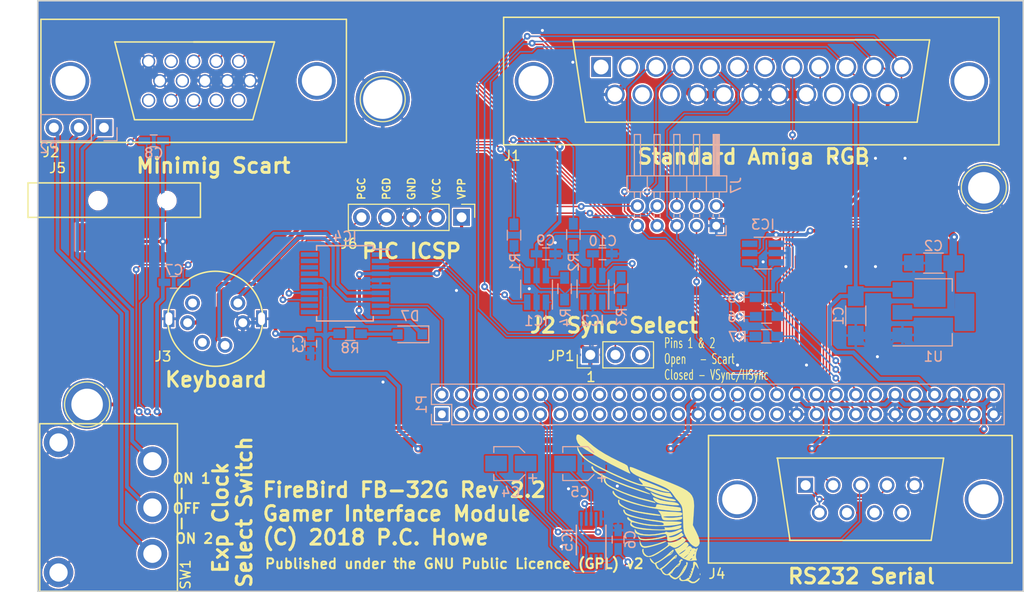
<source format=kicad_pcb>
(kicad_pcb (version 20171130) (host pcbnew "(5.1.0)-1")
  (layers (0 F.Cu signal) (31 B.Cu signal) (34 B.Paste user) (35 F.Paste user) (36 B.SilkS user) (37 F.SilkS user) (38 B.Mask user) (39 F.Mask user) (44 Edge.Cuts user))
  (net 0 "")
  (net 1 +12V)
  (net 2 GND)
  (net 3 +3V3)
  (net 4 VCC)
  (net 5 "Net-(C4-Pad1)")
  (net 6 "Net-(C4-Pad2)")
  (net 7 "Net-(C5-Pad2)")
  (net 8 /LEFT)
  (net 9 /AGND)
  (net 10 /RIGHT)
  (net 11 /AR)
  (net 12 /AG)
  (net 13 /AB)
  (net 14 /VPP)
  (net 15 /CSYNC)
  (net 16 /HSYNC)
  (net 17 "Net-(IC1-Pad4)")
  (net 18 "Net-(IC1-Pad6)")
  (net 19 "Net-(IC2-Pad1)")
  (net 20 /VSYNC)
  (net 21 "Net-(IC2-Pad4)")
  (net 22 "Net-(IC4-Pad1)")
  (net 23 /KB_DATA)
  (net 24 /KB_CLOCK)
  (net 25 /PSDATA)
  (net 26 /PSCLOCK)
  (net 27 /RESET)
  (net 28 "Net-(IC4-Pad10)")
  (net 29 "Net-(IC4-Pad11)")
  (net 30 /PGC)
  (net 31 /PGD)
  (net 32 "Net-(IC4-Pad17)")
  (net 33 "Net-(IC4-Pad18)")
  (net 34 "Net-(IC5-Pad6)")
  (net 35 "Net-(IC5-Pad7)")
  (net 36 /RXD)
  (net 37 /TXD)
  (net 38 "Net-(IC5-Pad3)")
  (net 39 "Net-(J1-Pad1)")
  (net 40 "Net-(J1-Pad2)")
  (net 41 /DI)
  (net 42 /DB)
  (net 43 /DG)
  (net 44 /DR)
  (net 45 "Net-(J1-Pad14)")
  (net 46 "Net-(J1-Pad15)")
  (net 47 "Net-(J1-Pad21)")
  (net 48 "Net-(J2-Pad4)")
  (net 49 "Net-(J2-Pad9)")
  (net 50 "Net-(J2-Pad11)")
  (net 51 "Net-(J2-Pad12)")
  (net 52 "Net-(J2-Pad13)")
  (net 53 "Net-(J2-Pad14)")
  (net 54 "Net-(J2-Pad15)")
  (net 55 "Net-(J3-Pad2)")
  (net 56 "Net-(J3-Pad6)")
  (net 57 "Net-(J4-Pad1)")
  (net 58 "Net-(J4-Pad7)")
  (net 59 "Net-(J4-Pad8)")
  (net 60 "Net-(J4-Pad9)")
  (net 61 /PUNT)
  (net 62 /INT2)
  (net 63 /INT6)
  (net 64 /FIRE0)
  (net 65 /FIRE1)
  (net 66 /LED)
  (net 67 /ACTIVE)
  (net 68 /DKRD)
  (net 69 /DKWD)
  (net 70 /SYSTEM)
  (net 71 /DKWE)
  (net 72 /CONFIG_OUT)
  (net 73 /CONFIG_IN)
  (net 74 /17MHZ)
  (net 75 /EXT_AUDIO)
  (net 76 /DA_DATA)
  (net 77 /MUTE)
  (net 78 /DA_LRCLK)
  (net 79 /DA_BCLK)
  (net 80 /PIXELSW_EXT)
  (net 81 /PIXELSW)
  (net 82 /BLANK)
  (net 83 /PIXELCLK)
  (net 84 /CCK_B)
  (net 85 /NTSC)
  (net 86 /XCLKEN)
  (net 87 /XCLK)
  (net 88 "Net-(P2-Pad1)")
  (net 89 "Net-(P2-Pad2)")
  (net 90 "Net-(P2-Pad3)")
  (net 91 "Net-(D7-Pad2)")
  (net 92 "Net-(IC3-Pad6)")
  (net 93 /ARC)
  (net 94 /AGC)
  (net 95 /ABC)
  (net 96 "Net-(IC4-Pad12)")
  (net 97 "Net-(IC4-Pad19)")
  (net 98 "Net-(IC4-Pad20)")
  (module Connectors_D-Sub-HD:DB15HD_F (layer F.Cu) (at 115.81332 58.13668)
    (fp_text reference J2 (at -14.46732 7.24292) (layer F.SilkS))
    (fp_text value DB15_FEMALE_HighDensity)
    (pad 1 thru_hole circle (at 4.572 -1.9812) (size 1.35 1.35) (drill 1.05) (layers *.Cu *.Mask) (net 93 /ARC))
    (pad 2 thru_hole circle (at 2.286 -1.9812) (size 1.35 1.35) (drill 1.05) (layers *.Cu *.Mask) (net 94 /AGC))
    (pad 3 thru_hole circle (at 0 -2) (size 1.35 1.35) (drill 1.05) (layers *.Cu *.Mask) (net 95 /ABC))
    (pad 4 thru_hole circle (at -2.286 -1.9812) (size 1.35 1.35) (drill 1.05) (layers *.Cu *.Mask) (net 48 "Net-(J2-Pad4)"))
    (pad 5 thru_hole circle (at -4.572 -1.9812) (size 1.35 1.35) (drill 1.05) (layers *.Cu *.Mask) (net 2 GND))
    (pad 6 thru_hole circle (at 5.715 0) (size 1.35 1.35) (drill 1.05) (layers *.Cu *.Mask) (net 2 GND))
    (pad 7 thru_hole circle (at 3.429 0) (size 1.35 1.35) (drill 1.05) (layers *.Cu *.Mask) (net 2 GND))
    (pad 8 thru_hole circle (at 1.143 0) (size 1.35 1.35) (drill 1.05) (layers *.Cu *.Mask) (net 2 GND))
    (pad 9 thru_hole circle (at -1.143 0) (size 1.35 1.35) (drill 1.05) (layers *.Cu *.Mask) (net 49 "Net-(J2-Pad9)"))
    (pad 10 thru_hole circle (at -3.429 0) (size 1.35 1.35) (drill 1.05) (layers *.Cu *.Mask) (net 2 GND))
    (pad 11 thru_hole circle (at 4.572 1.9812) (size 1.35 1.35) (drill 1.05) (layers *.Cu *.Mask) (net 50 "Net-(J2-Pad11)"))
    (pad 12 thru_hole circle (at 2.286 1.9812) (size 1.35 1.35) (drill 1.05) (layers *.Cu *.Mask) (net 51 "Net-(J2-Pad12)"))
    (pad 13 thru_hole circle (at 0 1.9812) (size 1.35 1.35) (drill 1.05) (layers *.Cu *.Mask) (net 52 "Net-(J2-Pad13)"))
    (pad 14 thru_hole circle (at -2.286 1.9812) (size 1.35 1.35) (drill 1.05) (layers *.Cu *.Mask) (net 53 "Net-(J2-Pad14)"))
    (pad 15 thru_hole circle (at -4.572 1.9812) (size 1.35 1.35) (drill 1.05) (layers *.Cu *.Mask) (net 54 "Net-(J2-Pad15)"))
    (pad 0 thru_hole circle (at 12.5 0) (size 3.81 3.81) (drill 3.05) (layers *.Cu *.Mask))
    (pad 0 thru_hole circle (at -12.5 0) (size 3.81 3.81) (drill 3.05) (layers *.Cu *.Mask))
  )
  (module Resistors_SMD:R_0603_HandSoldering (layer B.Cu) (at 148.32204 73.81114 270)
    (fp_text reference R1 (at 2.76986 -0.11556 270) (layer B.SilkS) (effects (justify mirror)))
    (fp_text value 75R)
    (pad 1 smd rect (at -1.1 0 270) (size 1.2 0.9) (layers B.Cu B.Paste B.Mask) (net 52 "Net-(J2-Pad13)"))
    (pad 2 smd rect (at 1.1 0 270) (size 1.2 0.9) (layers B.Cu B.Paste B.Mask) (net 17 "Net-(IC1-Pad4)"))
  )
  (module Connectors_DSub:DB23MDSB (layer F.Cu) (at 172.398 58.157)
    (fp_text reference J1 (at -24.2652 7.5782 180) (layer F.SilkS))
    (fp_text value DB23_MALE)
    (pad 0 thru_hole circle (at -22.1 -0.0224) (size 3.81 3.81) (drill 3.05) (layers *.Cu *.Mask))
    (pad 0 thru_hole circle (at 22.1234 0) (size 3.81 3.81) (drill 3.05) (layers *.Cu *.Mask))
    (pad 1 thru_hole rect (at -15.24 -1.4224) (size 2 2) (drill 1.5) (layers *.Cu *.Mask) (net 39 "Net-(J1-Pad1)"))
    (pad 2 thru_hole circle (at -12.45 -1.4224) (size 2 2) (drill 1.5) (layers *.Cu *.Mask) (net 40 "Net-(J1-Pad2)"))
    (pad 3 thru_hole circle (at -9.65 -1.4224) (size 2 2) (drill 1.5) (layers *.Cu *.Mask) (net 93 /ARC))
    (pad 4 thru_hole circle (at -6.98 -1.4224) (size 2 2) (drill 1.5) (layers *.Cu *.Mask) (net 94 /AGC))
    (pad 5 thru_hole circle (at -4.19 -1.4224) (size 2 2) (drill 1.5) (layers *.Cu *.Mask) (net 95 /ABC))
    (pad 6 thru_hole circle (at -1.4 -1.4224) (size 2 2) (drill 1.5) (layers *.Cu *.Mask) (net 41 /DI))
    (pad 7 thru_hole circle (at 1.4 -1.4224) (size 2 2) (drill 1.5) (layers *.Cu *.Mask) (net 42 /DB))
    (pad 8 thru_hole circle (at 4.19 -1.4224) (size 2 2) (drill 1.5) (layers *.Cu *.Mask) (net 43 /DG))
    (pad 9 thru_hole circle (at 6.86 -1.4224) (size 2 2) (drill 1.5) (layers *.Cu *.Mask) (net 44 /DR))
    (pad 10 thru_hole circle (at 9.65 -1.4224) (size 2 2) (drill 1.5) (layers *.Cu *.Mask) (net 15 /CSYNC))
    (pad 11 thru_hole circle (at 12.45 -1.4224) (size 2 2) (drill 1.5) (layers *.Cu *.Mask) (net 16 /HSYNC))
    (pad 12 thru_hole circle (at 15.24 -1.4224) (size 2 2) (drill 1.5) (layers *.Cu *.Mask) (net 20 /VSYNC))
    (pad 13 thru_hole circle (at -13.84 1.3676) (size 2 2) (drill 1.5) (layers *.Cu *.Mask) (net 2 GND))
    (pad 14 thru_hole circle (at -11.05 1.3676) (size 2 2) (drill 1.5) (layers *.Cu *.Mask) (net 45 "Net-(J1-Pad14)"))
    (pad 15 thru_hole circle (at -8.25 1.3676) (size 2 2) (drill 1.5) (layers *.Cu *.Mask) (net 46 "Net-(J1-Pad15)"))
    (pad 16 thru_hole circle (at -5.46 1.3676) (size 2 2) (drill 1.5) (layers *.Cu *.Mask) (net 2 GND))
    (pad 17 thru_hole circle (at -2.79 1.3676) (size 2 2) (drill 1.5) (layers *.Cu *.Mask) (net 2 GND))
    (pad 18 thru_hole circle (at 0 1.3676) (size 2 2) (drill 1.5) (layers *.Cu *.Mask) (net 2 GND))
    (pad 19 thru_hole circle (at 2.79 1.3676) (size 2 2) (drill 1.5) (layers *.Cu *.Mask) (net 2 GND))
    (pad 20 thru_hole circle (at 5.59 1.3676) (size 2 2) (drill 1.5) (layers *.Cu *.Mask) (net 2 GND))
    (pad 21 thru_hole circle (at 8.38 1.3676) (size 2 2) (drill 1.5) (layers *.Cu *.Mask) (net 47 "Net-(J1-Pad21)"))
    (pad 22 thru_hole circle (at 11.05 1.3676) (size 2 2) (drill 1.5) (layers *.Cu *.Mask) (net 1 +12V))
    (pad 23 thru_hole circle (at 13.84 1.3676) (size 2 2) (drill 1.5) (layers *.Cu *.Mask) (net 4 VCC))
  )
  (module Pin_Headers:Pin_Header_Straight_1x03_Pitch2.54mm (layer F.Cu) (at 156.0665 85.9625 90)
    (fp_text reference JP1 (at -0.1181 -2.9553 180) (layer F.SilkS))
    (fp_text value "SYNC SELECT")
    (pad 1 thru_hole rect (at 0 0 90) (size 1.7 1.7) (drill 1) (layers *.Cu *.Mask) (net 2 GND))
    (pad 2 thru_hole oval (at 0 2.54 90) (size 1.7 1.7) (drill 1) (layers *.Cu *.Mask) (net 18 "Net-(IC1-Pad6)"))
    (pad 3 thru_hole oval (at 0 5.08 90) (size 1.7 1.7) (drill 1) (layers *.Cu *.Mask))
  )
  (module Capacitors_SMD:C_1206_HandSoldering (layer B.Cu) (at 183 82 270)
    (fp_text reference C1 (at 0 1.75 270) (layer B.SilkS) (effects (justify mirror)))
    (fp_text value 10uF)
    (pad 1 smd rect (at -2 0 270) (size 2 1.6) (layers B.Cu B.Paste B.Mask) (net 1 +12V))
    (pad 2 smd rect (at 2 0 270) (size 2 1.6) (layers B.Cu B.Paste B.Mask) (net 2 GND))
  )
  (module Capacitors_SMD:C_1206_HandSoldering (layer B.Cu) (at 190.884 76.6461 180)
    (fp_text reference C2 (at 0 1.75 180) (layer B.SilkS) (effects (justify mirror)))
    (fp_text value 10uF)
    (pad 1 smd rect (at -2 0 180) (size 2 1.6) (layers B.Cu B.Paste B.Mask) (net 3 +3V3))
    (pad 2 smd rect (at 2 0 180) (size 2 1.6) (layers B.Cu B.Paste B.Mask) (net 2 GND))
  )
  (module TO_SOT_Packages_SMD:SOT-23-6_Handsoldering (layer B.Cu) (at 150.610514 79.2726 90)
    (fp_text reference IC1 (at -3.25074 -0.053274) (layer B.SilkS) (effects (justify mirror)))
    (fp_text value SN74LVC1G97)
    (pad 1 smd rect (at -1.35 0.95 90) (size 1.56 0.65) (layers B.Cu B.Paste B.Mask) (net 15 /CSYNC))
    (pad 2 smd rect (at -1.35 0 90) (size 1.56 0.65) (layers B.Cu B.Paste B.Mask) (net 2 GND))
    (pad 3 smd rect (at -1.35 -0.95 90) (size 1.56 0.65) (layers B.Cu B.Paste B.Mask) (net 16 /HSYNC))
    (pad 4 smd rect (at 1.35 -0.95 90) (size 1.56 0.65) (layers B.Cu B.Paste B.Mask) (net 17 "Net-(IC1-Pad4)"))
    (pad 6 smd rect (at 1.35 0.95 90) (size 1.56 0.65) (layers B.Cu B.Paste B.Mask) (net 18 "Net-(IC1-Pad6)"))
    (pad 5 smd rect (at 1.35 0 90) (size 1.56 0.65) (layers B.Cu B.Paste B.Mask) (net 3 +3V3))
  )
  (module TO_SOT_Packages_SMD:SOT-23-6_Handsoldering (layer B.Cu) (at 156.324114 79.2553 90)
    (fp_text reference IC2 (at -3.24264 -0.026474 180) (layer B.SilkS) (effects (justify mirror)))
    (fp_text value SN74LVC1G97)
    (pad 1 smd rect (at -1.35 0.95 90) (size 1.56 0.65) (layers B.Cu B.Paste B.Mask) (net 19 "Net-(IC2-Pad1)"))
    (pad 2 smd rect (at -1.35 0 90) (size 1.56 0.65) (layers B.Cu B.Paste B.Mask) (net 2 GND))
    (pad 3 smd rect (at -1.35 -0.95 90) (size 1.56 0.65) (layers B.Cu B.Paste B.Mask) (net 20 /VSYNC))
    (pad 4 smd rect (at 1.35 -0.95 90) (size 1.56 0.65) (layers B.Cu B.Paste B.Mask) (net 21 "Net-(IC2-Pad4)"))
    (pad 6 smd rect (at 1.35 0.95 90) (size 1.56 0.65) (layers B.Cu B.Paste B.Mask) (net 18 "Net-(IC1-Pad6)"))
    (pad 5 smd rect (at 1.35 0 90) (size 1.56 0.65) (layers B.Cu B.Paste B.Mask) (net 3 +3V3))
  )
  (module Housings_SSOP:SSOP-20_5.3x7.2mm_Pitch0.65mm (layer B.Cu) (at 131.1619 78.7016 180)
    (fp_text reference IC4 (at 0 4.75 180) (layer B.SilkS) (effects (justify mirror)))
    (fp_text value PIC16F628A_SOPP)
    (pad 1 smd rect (at -3.6 2.925 180) (size 1.75 0.45) (layers B.Cu B.Paste B.Mask) (net 22 "Net-(IC4-Pad1)"))
    (pad 2 smd rect (at -3.6 2.275 180) (size 1.75 0.45) (layers B.Cu B.Paste B.Mask) (net 23 /KB_DATA))
    (pad 3 smd rect (at -3.6 1.625 180) (size 1.75 0.45) (layers B.Cu B.Paste B.Mask) (net 24 /KB_CLOCK))
    (pad 4 smd rect (at -3.6 0.975 180) (size 1.75 0.45) (layers B.Cu B.Paste B.Mask) (net 14 /VPP))
    (pad 5 smd rect (at -3.6 0.325 180) (size 1.75 0.45) (layers B.Cu B.Paste B.Mask) (net 2 GND))
    (pad 6 smd rect (at -3.6 -0.325 180) (size 1.75 0.45) (layers B.Cu B.Paste B.Mask) (net 2 GND))
    (pad 7 smd rect (at -3.6 -0.975 180) (size 1.75 0.45) (layers B.Cu B.Paste B.Mask) (net 25 /PSDATA))
    (pad 8 smd rect (at -3.6 -1.625 180) (size 1.75 0.45) (layers B.Cu B.Paste B.Mask) (net 26 /PSCLOCK))
    (pad 9 smd rect (at -3.6 -2.275 180) (size 1.75 0.45) (layers B.Cu B.Paste B.Mask) (net 27 /RESET))
    (pad 10 smd rect (at -3.6 -2.925 180) (size 1.75 0.45) (layers B.Cu B.Paste B.Mask) (net 28 "Net-(IC4-Pad10)"))
    (pad 11 smd rect (at 3.6 -2.925 180) (size 1.75 0.45) (layers B.Cu B.Paste B.Mask) (net 29 "Net-(IC4-Pad11)"))
    (pad 12 smd rect (at 3.6 -2.275 180) (size 1.75 0.45) (layers B.Cu B.Paste B.Mask) (net 96 "Net-(IC4-Pad12)"))
    (pad 13 smd rect (at 3.6 -1.625 180) (size 1.75 0.45) (layers B.Cu B.Paste B.Mask) (net 30 /PGC))
    (pad 14 smd rect (at 3.6 -0.975 180) (size 1.75 0.45) (layers B.Cu B.Paste B.Mask) (net 31 /PGD))
    (pad 15 smd rect (at 3.6 -0.325 180) (size 1.75 0.45) (layers B.Cu B.Paste B.Mask) (net 4 VCC))
    (pad 16 smd rect (at 3.6 0.325 180) (size 1.75 0.45) (layers B.Cu B.Paste B.Mask) (net 4 VCC))
    (pad 17 smd rect (at 3.6 0.975 180) (size 1.75 0.45) (layers B.Cu B.Paste B.Mask) (net 32 "Net-(IC4-Pad17)"))
    (pad 18 smd rect (at 3.6 1.625 180) (size 1.75 0.45) (layers B.Cu B.Paste B.Mask) (net 33 "Net-(IC4-Pad18)"))
    (pad 19 smd rect (at 3.6 2.275 180) (size 1.75 0.45) (layers B.Cu B.Paste B.Mask) (net 97 "Net-(IC4-Pad19)"))
    (pad 20 smd rect (at 3.6 2.925 180) (size 1.75 0.45) (layers B.Cu B.Paste B.Mask) (net 98 "Net-(IC4-Pad20)"))
  )
  (module Footprints:MAXIM_uMAX-10 (layer B.Cu) (at 156.1465 104.76738 90)
    (fp_text reference IC5 (at -0.00762 -2.4003 90) (layer B.SilkS) (effects (justify mirror)))
    (fp_text value MAX3311)
    (pad 6 smd rect (at 2.14 -1 90) (size 1.4 0.28) (layers B.Cu B.Paste B.Mask) (net 34 "Net-(IC5-Pad6)"))
    (pad 7 smd rect (at 2.14 -0.5 90) (size 1.4 0.28) (layers B.Cu B.Paste B.Mask) (net 35 "Net-(IC5-Pad7)"))
    (pad 8 smd rect (at 2.14 0 90) (size 1.4 0.28) (layers B.Cu B.Paste B.Mask) (net 7 "Net-(C5-Pad2)"))
    (pad 9 smd rect (at 2.14 0.5 90) (size 1.4 0.28) (layers B.Cu B.Paste B.Mask) (net 5 "Net-(C4-Pad1)"))
    (pad 10 smd rect (at 2.14 1 90) (size 1.4 0.28) (layers B.Cu B.Paste B.Mask) (net 2 GND))
    (pad 5 smd rect (at -2.14 -1 90) (size 1.4 0.28) (layers B.Cu B.Paste B.Mask) (net 36 /RXD))
    (pad 4 smd rect (at -2.14 -0.5 90) (size 1.4 0.28) (layers B.Cu B.Paste B.Mask) (net 37 /TXD))
    (pad 3 smd rect (at -2.14 0 90) (size 1.4 0.28) (layers B.Cu B.Paste B.Mask) (net 38 "Net-(IC5-Pad3)"))
    (pad 2 smd rect (at -2.14 0.5 90) (size 1.4 0.28) (layers B.Cu B.Paste B.Mask) (net 6 "Net-(C4-Pad2)"))
    (pad 1 smd rect (at -2.14 1 90) (size 1.4 0.28) (layers B.Cu B.Paste B.Mask) (net 4 VCC))
  )
  (module Connectors_DSub:DB9FD (layer F.Cu) (at 183.462 100.6301)
    (fp_text reference J4 (at -14.552 7.5739 180) (layer F.SilkS))
    (fp_text value DB9_FEMALE)
    (pad 0 thru_hole circle (at -12.4968 0) (size 3.81 3.81) (drill 3.05) (layers *.Cu *.Mask))
    (pad 0 thru_hole circle (at 12.4968 0) (size 3.81 3.81) (drill 3.05) (layers *.Cu *.Mask))
    (pad 1 thru_hole rect (at -5.5499 -1.4224) (size 1.52 1.52) (drill 1.02) (layers *.Cu *.Mask) (net 57 "Net-(J4-Pad1)"))
    (pad 2 thru_hole circle (at -2.7599 -1.4224) (size 1.52 1.52) (drill 1.02) (layers *.Cu *.Mask) (net 35 "Net-(IC5-Pad7)"))
    (pad 3 thru_hole circle (at 0.0401 -1.4224) (size 1.52 1.52) (drill 1.02) (layers *.Cu *.Mask) (net 34 "Net-(IC5-Pad6)"))
    (pad 4 thru_hole circle (at 2.7101 -1.4224) (size 1.52 1.52) (drill 1.02) (layers *.Cu *.Mask) (net 57 "Net-(J4-Pad1)"))
    (pad 5 thru_hole circle (at 5.5001 -1.4224) (size 1.52 1.52) (drill 1.02) (layers *.Cu *.Mask) (net 2 GND))
    (pad 6 thru_hole circle (at -4.1499 1.3676) (size 1.52 1.52) (drill 1.02) (layers *.Cu *.Mask) (net 57 "Net-(J4-Pad1)"))
    (pad 7 thru_hole circle (at -1.3599 1.3676) (size 1.52 1.52) (drill 1.02) (layers *.Cu *.Mask) (net 58 "Net-(J4-Pad7)"))
    (pad 8 thru_hole circle (at 1.4401 1.3676) (size 1.52 1.52) (drill 1.02) (layers *.Cu *.Mask) (net 59 "Net-(J4-Pad8)"))
    (pad 9 thru_hole circle (at 4.2301 1.3676) (size 1.52 1.52) (drill 1.02) (layers *.Cu *.Mask) (net 60 "Net-(J4-Pad9)"))
  )
  (module Pin_Headers:Pin_Header_Straight_1x05_Pitch2.54mm (layer F.Cu) (at 143 72 270)
    (fp_text reference J6 (at 2.676 11.428) (layer F.SilkS))
    (fp_text value "PIC ICSP")
    (pad 1 thru_hole rect (at 0 0 270) (size 1.7 1.7) (drill 1) (layers *.Cu *.Mask) (net 14 /VPP))
    (pad 2 thru_hole oval (at 0 2.54 270) (size 1.7 1.7) (drill 1) (layers *.Cu *.Mask) (net 4 VCC))
    (pad 3 thru_hole oval (at 0 5.08 270) (size 1.7 1.7) (drill 1) (layers *.Cu *.Mask) (net 2 GND))
    (pad 4 thru_hole oval (at 0 7.62 270) (size 1.7 1.7) (drill 1) (layers *.Cu *.Mask) (net 31 /PGD))
    (pad 5 thru_hole oval (at 0 10.16 270) (size 1.7 1.7) (drill 1) (layers *.Cu *.Mask) (net 30 /PGC))
  )
  (module Footprints:1pin (layer F.Cu) (at 196 69)
    (fp_text reference M1 hide)
    (fp_text value CONN_01X01_FEMALE hide)
    (pad 1 thru_hole circle (at 0 0) (size 5 5) (drill 3.2) (layers *.Cu *.Mask) (net 2 GND))
  )
  (module Footprints:1pin (layer F.Cu) (at 105 91)
    (fp_text reference M2 hide)
    (fp_text value CONN_01X01_FEMALE hide)
    (pad 1 thru_hole circle (at 0 0) (size 5 5) (drill 3.2) (layers *.Cu *.Mask) (net 2 GND))
  )
  (module Pin_Headers:Pin_Header_Straight_1x03_Pitch2.54mm (layer B.Cu) (at 106.7054 62.8904 90)
    (fp_text reference P2 (at -2.0654 -5.569) (layer B.SilkS) (effects (justify mirror)))
    (fp_text value CONN_01X03_MALE)
    (pad 1 thru_hole rect (at 0 0 90) (size 1.7 1.7) (drill 1) (layers *.Cu *.Mask) (net 88 "Net-(P2-Pad1)"))
    (pad 2 thru_hole oval (at 0 -2.54 90) (size 1.7 1.7) (drill 1) (layers *.Cu *.Mask) (net 89 "Net-(P2-Pad2)"))
    (pad 3 thru_hole oval (at 0 -5.08 90) (size 1.7 1.7) (drill 1) (layers *.Cu *.Mask) (net 90 "Net-(P2-Pad3)"))
  )
  (module Footprints:5MS3XXXBM6_SP3T_Switch (layer F.Cu) (at 111.6268 101.4681 270)
    (fp_text reference SW1 (at 6.8121 -3.359 270) (layer F.SilkS))
    (fp_text value "CLK SEL SW")
    (pad 1 thru_hole circle (at 4.7 0 270) (size 3 3) (drill 1.85) (layers *.Cu *.Mask) (net 90 "Net-(P2-Pad3)"))
    (pad 2 thru_hole circle (at 0 0 270) (size 3 3) (drill 1.85) (layers *.Cu *.Mask) (net 89 "Net-(P2-Pad2)"))
    (pad 3 thru_hole circle (at -4.7 0 270) (size 3 3) (drill 1.85) (layers *.Cu *.Mask) (net 88 "Net-(P2-Pad1)"))
    (pad 4 thru_hole circle (at 6.604 9.525 270) (size 3 3) (drill 1.85) (layers *.Cu *.Mask) (net 2 GND))
    (pad 5 thru_hole circle (at -6.604 9.525 270) (size 3 3) (drill 1.85) (layers *.Cu *.Mask) (net 2 GND))
  )
  (module TO_SOT_Packages_SMD:SOT-223 (layer B.Cu) (at 190.884 81.6461)
    (fp_text reference U1 (at 0 4.5) (layer B.SilkS) (effects (justify mirror)))
    (fp_text value LM1117-3.3)
    (pad 4 smd rect (at 3.15 0) (size 2 3.8) (layers B.Cu B.Paste B.Mask) (net 3 +3V3))
    (pad 2 smd rect (at -3.15 0) (size 2 1.5) (layers B.Cu B.Paste B.Mask) (net 3 +3V3))
    (pad 3 smd rect (at -3.15 -2.3) (size 2 1.5) (layers B.Cu B.Paste B.Mask) (net 1 +12V))
    (pad 1 smd rect (at -3.15 2.3) (size 2 1.5) (layers B.Cu B.Paste B.Mask) (net 2 GND))
  )
  (module Resistors_SMD:R_0603_HandSoldering (layer B.Cu) (at 173.9393 80.1497 180)
    (fp_text reference R5 (at 3.01498 0.00508 180) (layer B.SilkS) (effects (justify mirror)))
    (fp_text value 75R)
    (pad 1 smd rect (at -1.1 0 180) (size 1.2 0.9) (layers B.Cu B.Paste B.Mask) (net 13 /AB))
    (pad 2 smd rect (at 1.1 0 180) (size 1.2 0.9) (layers B.Cu B.Paste B.Mask) (net 95 /ABC))
  )
  (module Resistors_SMD:R_0603_HandSoldering (layer B.Cu) (at 173.95454 82.06486 180)
    (fp_text reference R6 (at 3.01752 -0.04572 180) (layer B.SilkS) (effects (justify mirror)))
    (fp_text value 75R)
    (pad 1 smd rect (at -1.1 0 180) (size 1.2 0.9) (layers B.Cu B.Paste B.Mask) (net 12 /AG))
    (pad 2 smd rect (at 1.1 0 180) (size 1.2 0.9) (layers B.Cu B.Paste B.Mask) (net 94 /AGC))
  )
  (module Resistors_SMD:R_0603_HandSoldering (layer B.Cu) (at 173.9266 84.07654 180)
    (fp_text reference R7 (at 2.91592 -0.06604 180) (layer B.SilkS) (effects (justify mirror)))
    (fp_text value 75R)
    (pad 1 smd rect (at -1.1 0 180) (size 1.2 0.9) (layers B.Cu B.Paste B.Mask) (net 11 /AR))
    (pad 2 smd rect (at 1.1 0 180) (size 1.2 0.9) (layers B.Cu B.Paste B.Mask) (net 93 /ARC))
  )
  (module Resistors_SMD:R_0603_HandSoldering (layer B.Cu) (at 131.6921 83.8293)
    (fp_text reference R8 (at 0 1.45) (layer B.SilkS) (effects (justify mirror)))
    (fp_text value 10K)
    (pad 1 smd rect (at -1.1 0) (size 1.2 0.9) (layers B.Cu B.Paste B.Mask) (net 4 VCC))
    (pad 2 smd rect (at 1.1 0) (size 1.2 0.9) (layers B.Cu B.Paste B.Mask) (net 91 "Net-(D7-Pad2)"))
  )
  (module Capacitors_SMD:C_0603_HandSoldering (layer B.Cu) (at 127.69088 84.836 270)
    (fp_text reference C3 (at 0 1.25 270) (layer B.SilkS) (effects (justify mirror)))
    (fp_text value 100nF)
    (pad 1 smd rect (at -0.95 0 270) (size 1.2 0.75) (layers B.Cu B.Paste B.Mask) (net 4 VCC))
    (pad 2 smd rect (at 0.95 0 270) (size 1.2 0.75) (layers B.Cu B.Paste B.Mask) (net 2 GND))
  )
  (module Resistors_SMD:R_0603_HandSoldering (layer B.Cu) (at 154.34184 73.74764 270)
    (fp_text reference R2 (at 2.80796 -0.03936 270) (layer B.SilkS) (effects (justify mirror)))
    (fp_text value 75R)
    (pad 1 smd rect (at -1.1 0 270) (size 1.2 0.9) (layers B.Cu B.Paste B.Mask) (net 53 "Net-(J2-Pad14)"))
    (pad 2 smd rect (at 1.1 0 270) (size 1.2 0.9) (layers B.Cu B.Paste B.Mask) (net 21 "Net-(IC2-Pad4)"))
  )
  (module Resistors_SMD:R_0603_HandSoldering (layer B.Cu) (at 159.19324 79.22134 270)
    (fp_text reference R3 (at 2.89686 -0.06476 270) (layer B.SilkS) (effects (justify mirror)))
    (fp_text value 1K)
    (pad 1 smd rect (at -1.1 0 270) (size 1.2 0.9) (layers B.Cu B.Paste B.Mask) (net 3 +3V3))
    (pad 2 smd rect (at 1.1 0 270) (size 1.2 0.9) (layers B.Cu B.Paste B.Mask) (net 19 "Net-(IC2-Pad1)"))
  )
  (module Resistors_SMD:R_0603_HandSoldering (layer B.Cu) (at 153.45284 79.24674 90)
    (fp_text reference R4 (at -2.92226 0.11556 90) (layer B.SilkS) (effects (justify mirror)))
    (fp_text value 75R)
    (pad 1 smd rect (at -1.1 0 90) (size 1.2 0.9) (layers B.Cu B.Paste B.Mask) (net 3 +3V3))
    (pad 2 smd rect (at 1.1 0 90) (size 1.2 0.9) (layers B.Cu B.Paste B.Mask) (net 18 "Net-(IC1-Pad6)"))
  )
  (module Capacitors_SMD:C_0603_HandSoldering (layer B.Cu) (at 151.56054 75.70344)
    (fp_text reference C9 (at -0.02414 -1.35764) (layer B.SilkS) (effects (justify mirror)))
    (fp_text value 100nF)
    (pad 1 smd rect (at -0.95 0) (size 1.2 0.75) (layers B.Cu B.Paste B.Mask) (net 3 +3V3))
    (pad 2 smd rect (at 0.95 0) (size 1.2 0.75) (layers B.Cu B.Paste B.Mask) (net 2 GND))
  )
  (module Capacitors_SMD:C_0603_HandSoldering (layer B.Cu) (at 157.28824 75.70344)
    (fp_text reference C10 (at 0.03936 -1.30684) (layer B.SilkS) (effects (justify mirror)))
    (fp_text value 100nF)
    (pad 1 smd rect (at -0.95 0) (size 1.2 0.75) (layers B.Cu B.Paste B.Mask) (net 3 +3V3))
    (pad 2 smd rect (at 0.95 0) (size 1.2 0.75) (layers B.Cu B.Paste B.Mask) (net 2 GND))
  )
  (module Footprints:1pin (layer F.Cu) (at 135 60)
    (fp_text reference M3 hide)
    (fp_text value CONN_01X01_FEMALE hide)
    (pad 1 thru_hole circle (at 0 0) (size 5.5 5.5) (drill 4) (layers *.Cu *.Mask) (net 2 GND))
  )
  (module Footprints:MD-60SV_6Pin_MiniDIN (layer F.Cu) (at 118 85)
    (fp_text reference J3 (at -5.3002 1.1314) (layer F.SilkS))
    (fp_text value Mini-DIN_6pins_ver2)
    (pad 1 thru_hole circle (at 1 0) (size 1.5 1.5) (drill 0.9) (layers *.Cu *.Mask) (net 25 /PSDATA))
    (pad 2 thru_hole circle (at -1.3 -0.3) (size 1.5 1.5) (drill 0.9) (layers *.Cu *.Mask) (net 55 "Net-(J3-Pad2)"))
    (pad 3 thru_hole circle (at 2.8 -2.3) (size 1.5 1.5) (drill 0.9) (layers *.Cu *.Mask) (net 2 GND))
    (pad 4 thru_hole circle (at -2.8 -2.3) (size 1.5 1.5) (drill 0.9) (layers *.Cu *.Mask) (net 4 VCC))
    (pad 5 thru_hole circle (at 2.3 -4.3) (size 1.5 1.5) (drill 0.9) (layers *.Cu *.Mask) (net 26 /PSCLOCK))
    (pad 6 thru_hole circle (at -2.3 -4.3) (size 1.5 1.5) (drill 0.9) (layers *.Cu *.Mask) (net 56 "Net-(J3-Pad6)"))
    (pad 7 thru_hole rect (at 4.7 -2.7) (size 1.1 1.7) (drill oval 0.7 1.3) (layers *.Cu *.Mask) (net 2 GND))
    (pad 7 thru_hole rect (at -4.7 -2.7) (size 1.1 1.7) (drill oval 0.7 1.3) (layers *.Cu *.Mask) (net 2 GND))
  )
  (module Diodes_SMD:D_SOD-323_HandSoldering (layer B.Cu) (at 137.7696 83.88096 180)
    (fp_text reference D7 (at 0 1.85 180) (layer B.SilkS) (effects (justify mirror)))
    (fp_text value 1N914)
    (pad 1 smd rect (at -1.25 0 180) (size 1 1) (layers B.Cu B.Paste B.Mask) (net 14 /VPP))
    (pad 2 smd rect (at 1.25 0 180) (size 1 1) (layers B.Cu B.Paste B.Mask) (net 91 "Net-(D7-Pad2)"))
  )
  (module Footprints:CP-3523SJTR-ND_SMT_AUDIO_JACK (layer F.Cu) (at 105 74)
    (fp_text reference J5 (at -3 -7) (layer F.SilkS))
    (fp_text value 3.5mm_3_conductors_audio_jack)
    (pad 2 smd rect (at 9.4 0) (size 2.8 2.8) (layers F.Cu F.Paste F.Mask) (net 8 /LEFT))
    (pad 1 smd rect (at 0 0) (size 2.2 2.8) (layers F.Cu F.Paste F.Mask) (net 9 /AGND))
    (pad 3 smd rect (at 2 -7.4) (size 2.2 2.8) (layers F.Cu F.Paste F.Mask) (net 10 /RIGHT))
    (pad 4 smd rect (at 13.3 -4.45) (size 2.8 2.8) (layers F.Cu F.Paste F.Mask))
    (pad "" np_thru_hole circle (at 1.1 -3.7) (size 1.7 1.7) (drill 1.7) (layers *.Cu *.Mask))
    (pad "" np_thru_hole circle (at 8.1 -3.7) (size 1.7 1.7) (drill 1.7) (layers *.Cu *.Mask))
  )
  (module Capacitors_SMD:C_0603_HandSoldering (layer B.Cu) (at 113.792 78.59776 180)
    (fp_text reference C7 (at 0 1.25 180) (layer B.SilkS) (effects (justify mirror)))
    (fp_text value 6800pF)
    (pad 1 smd rect (at -0.95 0 180) (size 1.2 0.75) (layers B.Cu B.Paste B.Mask) (net 8 /LEFT))
    (pad 2 smd rect (at 0.95 0 180) (size 1.2 0.75) (layers B.Cu B.Paste B.Mask) (net 9 /AGND))
  )
  (module Capacitors_SMD:C_0603_HandSoldering (layer B.Cu) (at 111.76 64.23152)
    (fp_text reference C8 (at 0 1.25) (layer B.SilkS) (effects (justify mirror)))
    (fp_text value 6800pF)
    (pad 1 smd rect (at -0.95 0) (size 1.2 0.75) (layers B.Cu B.Paste B.Mask) (net 10 /RIGHT))
    (pad 2 smd rect (at 0.95 0) (size 1.2 0.75) (layers B.Cu B.Paste B.Mask) (net 9 /AGND))
  )
  (module Capacitors_SMD:C_0603_HandSoldering (layer B.Cu) (at 158.88208 104.72928 90)
    (fp_text reference C6 (at 0 1.25 90) (layer B.SilkS) (effects (justify mirror)))
    (fp_text value 100nF)
    (pad 1 smd rect (at -0.95 0 90) (size 1.2 0.75) (layers B.Cu B.Paste B.Mask) (net 4 VCC))
    (pad 2 smd rect (at 0.95 0 90) (size 1.2 0.75) (layers B.Cu B.Paste B.Mask) (net 2 GND))
  )
  (module Capacitors_SMD:CP_Elec_3x5.3 (layer B.Cu) (at 148 97 180)
    (fp_text reference C4 (at 0 -2.9 180) (layer B.SilkS) (effects (justify mirror)))
    (fp_text value 100nF)
    (fp_text user + (at -2.22 -1.4 180) (layer B.SilkS) (effects (justify mirror)))
    (pad 2 smd rect (at 1.5 0 180) (size 2.2 1.6) (layers B.Cu B.Paste B.Mask) (net 6 "Net-(C4-Pad2)"))
    (pad 1 smd rect (at -1.5 0 180) (size 2.2 1.6) (layers B.Cu B.Paste B.Mask) (net 5 "Net-(C4-Pad1)"))
  )
  (module Capacitors_SMD:CP_Elec_3x5.3 (layer B.Cu) (at 155 97 180)
    (fp_text reference C5 (at 0 -2.9 180) (layer B.SilkS) (effects (justify mirror)))
    (fp_text value 100nF)
    (fp_text user + (at -2.22 -1.4 180) (layer B.SilkS) (effects (justify mirror)))
    (pad 2 smd rect (at 1.5 0 180) (size 2.2 1.6) (layers B.Cu B.Paste B.Mask) (net 7 "Net-(C5-Pad2)"))
    (pad 1 smd rect (at -1.5 0 180) (size 2.2 1.6) (layers B.Cu B.Paste B.Mask) (net 2 GND))
  )
  (module Footprints:Pin_Header_Straight_2x29_Pitch2.00mm (layer F.Cu) (at 141 92 90)
    (fp_text reference P1 (at 1 -2.06 90) (layer B.SilkS) (effects (justify mirror)))
    (fp_text value CONN_02X29)
    (pad 1 thru_hole rect (at 0 0 90) (size 1.35 1.35) (drill 0.8) (layers *.Cu *.Mask) (net 61 /PUNT))
    (pad 2 thru_hole oval (at 2 0 90) (size 1.35 1.35) (drill 0.8) (layers *.Cu *.Mask) (net 27 /RESET))
    (pad 3 thru_hole oval (at 0 2 90) (size 1.35 1.35) (drill 0.8) (layers *.Cu *.Mask) (net 62 /INT2))
    (pad 4 thru_hole oval (at 2 2 90) (size 1.35 1.35) (drill 0.8) (layers *.Cu *.Mask) (net 63 /INT6))
    (pad 5 thru_hole oval (at 0 4 90) (size 1.35 1.35) (drill 0.8) (layers *.Cu *.Mask) (net 24 /KB_CLOCK))
    (pad 6 thru_hole oval (at 2 4 90) (size 1.35 1.35) (drill 0.8) (layers *.Cu *.Mask) (net 23 /KB_DATA))
    (pad 7 thru_hole oval (at 0 6 90) (size 1.35 1.35) (drill 0.8) (layers *.Cu *.Mask) (net 64 /FIRE0))
    (pad 8 thru_hole oval (at 2 6 90) (size 1.35 1.35) (drill 0.8) (layers *.Cu *.Mask) (net 65 /FIRE1))
    (pad 9 thru_hole oval (at 0 8 90) (size 1.35 1.35) (drill 0.8) (layers *.Cu *.Mask) (net 66 /LED))
    (pad 10 thru_hole oval (at 2 8 90) (size 1.35 1.35) (drill 0.8) (layers *.Cu *.Mask) (net 67 /ACTIVE))
    (pad 11 thru_hole oval (at 0 10 90) (size 1.35 1.35) (drill 0.8) (layers *.Cu *.Mask) (net 36 /RXD))
    (pad 12 thru_hole oval (at 2 10 90) (size 1.35 1.35) (drill 0.8) (layers *.Cu *.Mask) (net 37 /TXD))
    (pad 13 thru_hole oval (at 0 12 90) (size 1.35 1.35) (drill 0.8) (layers *.Cu *.Mask) (net 68 /DKRD))
    (pad 14 thru_hole oval (at 2 12 90) (size 1.35 1.35) (drill 0.8) (layers *.Cu *.Mask) (net 69 /DKWD))
    (pad 15 thru_hole oval (at 0 14 90) (size 1.35 1.35) (drill 0.8) (layers *.Cu *.Mask) (net 70 /SYSTEM))
    (pad 16 thru_hole oval (at 2 14 90) (size 1.35 1.35) (drill 0.8) (layers *.Cu *.Mask) (net 71 /DKWE))
    (pad 17 thru_hole oval (at 0 16 90) (size 1.35 1.35) (drill 0.8) (layers *.Cu *.Mask) (net 72 /CONFIG_OUT))
    (pad 18 thru_hole oval (at 2 16 90) (size 1.35 1.35) (drill 0.8) (layers *.Cu *.Mask) (net 73 /CONFIG_IN))
    (pad 19 thru_hole oval (at 0 18 90) (size 1.35 1.35) (drill 0.8) (layers *.Cu *.Mask) (net 1 +12V))
    (pad 20 thru_hole oval (at 2 18 90) (size 1.35 1.35) (drill 0.8) (layers *.Cu *.Mask) (net 1 +12V))
    (pad 21 thru_hole oval (at 0 20 90) (size 1.35 1.35) (drill 0.8) (layers *.Cu *.Mask) (net 74 /17MHZ))
    (pad 22 thru_hole oval (at 2 20 90) (size 1.35 1.35) (drill 0.8) (layers *.Cu *.Mask) (net 75 /EXT_AUDIO))
    (pad 23 thru_hole oval (at 0 22 90) (size 1.35 1.35) (drill 0.8) (layers *.Cu *.Mask) (net 76 /DA_DATA))
    (pad 24 thru_hole oval (at 2 22 90) (size 1.35 1.35) (drill 0.8) (layers *.Cu *.Mask) (net 77 /MUTE))
    (pad 25 thru_hole oval (at 0 24 90) (size 1.35 1.35) (drill 0.8) (layers *.Cu *.Mask) (net 78 /DA_LRCLK))
    (pad 26 thru_hole oval (at 2 24 90) (size 1.35 1.35) (drill 0.8) (layers *.Cu *.Mask) (net 79 /DA_BCLK))
    (pad 27 thru_hole oval (at 0 26 90) (size 1.35 1.35) (drill 0.8) (layers *.Cu *.Mask) (net 2 GND))
    (pad 28 thru_hole oval (at 2 26 90) (size 1.35 1.35) (drill 0.8) (layers *.Cu *.Mask) (net 4 VCC))
    (pad 29 thru_hole oval (at 0 28 90) (size 1.35 1.35) (drill 0.8) (layers *.Cu *.Mask) (net 44 /DR))
    (pad 30 thru_hole oval (at 2 28 90) (size 1.35 1.35) (drill 0.8) (layers *.Cu *.Mask) (net 43 /DG))
    (pad 31 thru_hole oval (at 0 30 90) (size 1.35 1.35) (drill 0.8) (layers *.Cu *.Mask) (net 42 /DB))
    (pad 32 thru_hole oval (at 2 30 90) (size 1.35 1.35) (drill 0.8) (layers *.Cu *.Mask) (net 41 /DI))
    (pad 33 thru_hole oval (at 0 32 90) (size 1.35 1.35) (drill 0.8) (layers *.Cu *.Mask) (net 80 /PIXELSW_EXT))
    (pad 34 thru_hole oval (at 2 32 90) (size 1.35 1.35) (drill 0.8) (layers *.Cu *.Mask) (net 81 /PIXELSW))
    (pad 35 thru_hole oval (at 0 34 90) (size 1.35 1.35) (drill 0.8) (layers *.Cu *.Mask) (net 82 /BLANK))
    (pad 36 thru_hole oval (at 2 34 90) (size 1.35 1.35) (drill 0.8) (layers *.Cu *.Mask) (net 83 /PIXELCLK))
    (pad 37 thru_hole oval (at 0 36 90) (size 1.35 1.35) (drill 0.8) (layers *.Cu *.Mask) (net 2 GND))
    (pad 38 thru_hole oval (at 2 36 90) (size 1.35 1.35) (drill 0.8) (layers *.Cu *.Mask) (net 4 VCC))
    (pad 39 thru_hole oval (at 0 38 90) (size 1.35 1.35) (drill 0.8) (layers *.Cu *.Mask) (net 15 /CSYNC))
    (pad 40 thru_hole oval (at 2 38 90) (size 1.35 1.35) (drill 0.8) (layers *.Cu *.Mask) (net 84 /CCK_B))
    (pad 41 thru_hole oval (at 0 40 90) (size 1.35 1.35) (drill 0.8) (layers *.Cu *.Mask) (net 16 /HSYNC))
    (pad 42 thru_hole oval (at 2 40 90) (size 1.35 1.35) (drill 0.8) (layers *.Cu *.Mask) (net 20 /VSYNC))
    (pad 43 thru_hole oval (at 0 42 90) (size 1.35 1.35) (drill 0.8) (layers *.Cu *.Mask) (net 11 /AR))
    (pad 44 thru_hole oval (at 2 42 90) (size 1.35 1.35) (drill 0.8) (layers *.Cu *.Mask) (net 12 /AG))
    (pad 45 thru_hole oval (at 0 44 90) (size 1.35 1.35) (drill 0.8) (layers *.Cu *.Mask) (net 13 /AB))
    (pad 46 thru_hole oval (at 2 44 90) (size 1.35 1.35) (drill 0.8) (layers *.Cu *.Mask) (net 85 /NTSC))
    (pad 47 thru_hole oval (at 0 46 90) (size 1.35 1.35) (drill 0.8) (layers *.Cu *.Mask) (net 2 GND))
    (pad 48 thru_hole oval (at 2 46 90) (size 1.35 1.35) (drill 0.8) (layers *.Cu *.Mask) (net 4 VCC))
    (pad 49 thru_hole oval (at 0 48 90) (size 1.35 1.35) (drill 0.8) (layers *.Cu *.Mask) (net 86 /XCLKEN))
    (pad 50 thru_hole oval (at 2 48 90) (size 1.35 1.35) (drill 0.8) (layers *.Cu *.Mask) (net 87 /XCLK))
    (pad 51 thru_hole oval (at 0 50 90) (size 1.35 1.35) (drill 0.8) (layers *.Cu *.Mask) (net 2 GND))
    (pad 52 thru_hole oval (at 2 50 90) (size 1.35 1.35) (drill 0.8) (layers *.Cu *.Mask) (net 1 +12V))
    (pad 53 thru_hole oval (at 0 52 90) (size 1.35 1.35) (drill 0.8) (layers *.Cu *.Mask) (net 9 /AGND))
    (pad 54 thru_hole oval (at 2 52 90) (size 1.35 1.35) (drill 0.8) (layers *.Cu *.Mask) (net 4 VCC))
    (pad 55 thru_hole oval (at 0 54 90) (size 1.35 1.35) (drill 0.8) (layers *.Cu *.Mask) (net 8 /LEFT))
    (pad 56 thru_hole oval (at 2 54 90) (size 1.35 1.35) (drill 0.8) (layers *.Cu *.Mask) (net 10 /RIGHT))
    (pad 57 thru_hole oval (at 0 56 90) (size 1.35 1.35) (drill 0.8) (layers *.Cu *.Mask) (net 2 GND))
    (pad 58 thru_hole oval (at 2 56 90) (size 1.35 1.35) (drill 0.8) (layers *.Cu *.Mask) (net 4 VCC))
  )
  (module Footprints:FBWing (layer F.Cu) (at 160.99028 101.58984)
    (fp_text reference G*** hide)
    (fp_text value LOGO hide)
  )
  (module TO_SOT_Packages_SMD:SOT-23-6_Handsoldering (layer B.Cu) (at 173.5837 75.6285 180)
    (fp_text reference IC3 (at 0 2.9 180) (layer B.SilkS) (effects (justify mirror)))
    (fp_text value SRV05-4)
    (pad 1 smd rect (at -1.35 0.95 180) (size 1.56 0.65) (layers B.Cu B.Paste B.Mask) (net 13 /AB))
    (pad 2 smd rect (at -1.35 0 180) (size 1.56 0.65) (layers B.Cu B.Paste B.Mask) (net 2 GND))
    (pad 3 smd rect (at -1.35 -0.95 180) (size 1.56 0.65) (layers B.Cu B.Paste B.Mask) (net 12 /AG))
    (pad 4 smd rect (at 1.35 -0.95 180) (size 1.56 0.65) (layers B.Cu B.Paste B.Mask) (net 11 /AR))
    (pad 6 smd rect (at 1.35 0.95 180) (size 1.56 0.65) (layers B.Cu B.Paste B.Mask) (net 92 "Net-(IC3-Pad6)"))
    (pad 5 smd rect (at 1.35 0 180) (size 1.56 0.65) (layers B.Cu B.Paste B.Mask) (net 4 VCC))
  )
  (module Pin_Headers:Pin_Header_Angled_2x05_Pitch2.00mm (layer B.Cu) (at 168.84396 72.8472 90)
    (fp_text reference J7 (at 4.1 2 90) (layer B.SilkS) (effects (justify mirror)))
    (fp_text value CONN_02X05)
    (pad 1 thru_hole rect (at 0 0 90) (size 1.35 1.35) (drill 0.8) (layers *.Cu *.Mask) (net 2 GND))
    (pad 2 thru_hole oval (at 2 0 90) (size 1.35 1.35) (drill 0.8) (layers *.Cu *.Mask) (net 4 VCC))
    (pad 3 thru_hole oval (at 0 -2 90) (size 1.35 1.35) (drill 0.8) (layers *.Cu *.Mask) (net 83 /PIXELCLK))
    (pad 4 thru_hole oval (at 2 -2 90) (size 1.35 1.35) (drill 0.8) (layers *.Cu *.Mask) (net 20 /VSYNC))
    (pad 5 thru_hole oval (at 0 -4 90) (size 1.35 1.35) (drill 0.8) (layers *.Cu *.Mask) (net 95 /ABC))
    (pad 6 thru_hole oval (at 2 -4 90) (size 1.35 1.35) (drill 0.8) (layers *.Cu *.Mask) (net 16 /HSYNC))
    (pad 7 thru_hole oval (at 0 -6 90) (size 1.35 1.35) (drill 0.8) (layers *.Cu *.Mask) (net 94 /AGC))
    (pad 8 thru_hole oval (at 2 -6 90) (size 1.35 1.35) (drill 0.8) (layers *.Cu *.Mask) (net 8 /LEFT))
    (pad 9 thru_hole oval (at 0 -8 90) (size 1.35 1.35) (drill 0.8) (layers *.Cu *.Mask) (net 93 /ARC))
    (pad 10 thru_hole oval (at 2 -8 90) (size 1.35 1.35) (drill 0.8) (layers *.Cu *.Mask) (net 10 /RIGHT))
  )
  (gr_text "FireBird FB-32G Rev 2.2\nGamer Interface Module\n(C) 2018 P.C. Howe" (at 122.6566 102.09276) (layer F.SilkS) (effects (font (size 1.5 1.5) (thickness 0.3)) (justify left)))
  (gr_text "Published under the GNU Public Licence (GPL) v2" (at 122.936 107.17784) (layer F.SilkS) (effects (font (size 1 1) (thickness 0.2)) (justify left)))
  (gr_line (start 114.59972 102.58806) (end 114.59972 103.60406) (angle 90) (layer F.SilkS) (width 0.2))
  (gr_line (start 114.59972 99.54006) (end 114.59972 100.55606) (angle 90) (layer F.SilkS) (width 0.2))
  (gr_text "ON 2" (at 113.83772 104.62006) (layer F.SilkS) (effects (font (size 1 1) (thickness 0.2)) (justify left)))
  (gr_text OFF (at 113.58372 101.57206) (layer F.SilkS) (effects (font (size 1 1) (thickness 0.2)) (justify left)))
  (gr_text "ON 1" (at 113.58372 98.52406) (layer F.SilkS) (effects (font (size 1 1) (thickness 0.2)) (justify left)))
  (gr_text "Exp Clock \nSelect Switch" (at 119.75084 101.92512 90) (layer F.SilkS) (effects (font (size 1.5 1.5) (thickness 0.3))))
  (gr_text "RS232 Serial " (at 184.15 108.458) (layer F.SilkS) (effects (font (size 1.5 1.5) (thickness 0.3))))
  (gr_text "PIC ICSP" (at 137.922 75.438) (layer F.SilkS) (effects (font (size 1.5 1.5) (thickness 0.3))))
  (gr_text VPP (at 143.002 69.088 90) (layer F.SilkS) (effects (font (size 0.75 0.75))))
  (gr_text VCC (at 140.462 69.088 90) (layer F.SilkS) (effects (font (size 0.75 0.75))))
  (gr_text GND (at 137.922 69.088 90) (layer F.SilkS) (effects (font (size 0.75 0.75))))
  (gr_text PGD (at 135.382 69.088 90) (layer F.SilkS) (effects (font (size 0.75 0.75))))
  (gr_text PGC (at 132.842 69.088 90) (layer F.SilkS) (effects (font (size 0.75 0.75))))
  (gr_text 1 (at 156.1338 88.2142) (layer F.SilkS) (effects (font (size 1 1))))
  (gr_text "Pins 1 & 2\nOpen   - Scart\nClosed - VSync/HSync" (at 163.4998 86.3854) (layer F.SilkS) (effects (font (size 1 0.6) (thickness 0.1)) (justify left)))
  (gr_text "J2 Sync Select" (at 158.4706 82.9818) (layer F.SilkS) (effects (font (size 1.5 1.5) (thickness 0.3))))
  (gr_text "Keyboard\n" (at 118.0846 88.4682) (layer F.SilkS) (effects (font (size 1.5 1.5) (thickness 0.3))))
  (gr_line (start 184.1246 66.7766) (end 184.1246 66.675) (angle 90) (layer F.SilkS) (width 0.2))
  (gr_text "Standard Amiga RGB" (at 172.6438 65.8368) (layer F.SilkS) (effects (font (size 1.5 1.5) (thickness 0.3))))
  (gr_text "Minimig Scart" (at 117.81536 66.7512) (layer F.SilkS) (effects (font (size 1.5 1.5) (thickness 0.3))))
  (gr_line (start 100 110) (end 100 50) (angle 90) (layer Edge.Cuts) (width 0.15))
  (gr_line (start 200 50) (end 200 110) (angle 90) (layer Edge.Cuts) (width 0.15))
  (gr_line (start 200 50) (end 100 50) (angle 90) (layer Edge.Cuts) (width 0.15))
  (gr_line (start 200 110) (end 100 110) (angle 90) (layer Edge.Cuts) (width 0.15))
  (segment (start 177 82) (end 177.0166 82.0166) (width 0.1524) (layer F.Cu) (net 4))
  (segment (start 177.0166 82.0166) (end 177.038 82.0166) (width 0.1524) (layer F.Cu) (net 4))
  (segment (start 177.038 82.0166) (end 177 82.0166) (width 0.1524) (layer F.Cu) (net 4))
  (segment (start 173.7996 80.845352) (end 173.788016 80.856936) (width 0.1524) (layer F.Cu) (net 0))
  (segment (start 183 80) (end 183 59.9726) (width 0.381) (layer B.Cu) (net 1))
  (segment (start 183 59.9726) (end 183.448 59.5246) (width 0.381) (layer B.Cu) (net 1))
  (segment (start 183.5785 59.6551) (end 183.448 59.5246) (width 0.4064) (layer B.Cu) (net 1))
  (segment (start 180.34 81.0895) (end 180.34 85.09) (width 0.4064) (layer B.Cu) (net 1))
  (segment (start 183 80) (end 183 79.382) (width 0.4064) (layer B.Cu) (net 1))
  (segment (start 183 79.382) (end 183.0359 79.3461) (width 0.4064) (layer B.Cu) (net 1))
  (segment (start 183.0359 79.3461) (end 187.734 79.3461) (width 0.4064) (layer B.Cu) (net 1))
  (segment (start 191 90) (end 190.965 90) (width 0.4064) (layer B.Cu) (net 1))
  (segment (start 190.965 90) (end 189.357 88.392) (width 0.4064) (layer B.Cu) (net 1))
  (segment (start 180.34 81.0895) (end 180.975 80.4545) (width 0.4064) (layer B.Cu) (net 1))
  (segment (start 180.975 80.4545) (end 181.4295 80) (width 0.4064) (layer B.Cu) (net 1))
  (segment (start 181.4295 80) (end 183 80) (width 0.4064) (layer B.Cu) (net 1))
  (segment (start 180.34 85.09) (end 180.975 85.725) (width 0.4064) (layer B.Cu) (net 1))
  (segment (start 185.42 88.392) (end 189.357 88.392) (width 0.4064) (layer B.Cu) (net 1))
  (segment (start 182.753 85.725) (end 185.42 88.392) (width 0.4064) (layer B.Cu) (net 1))
  (segment (start 180.975 85.725) (end 182.753 85.725) (width 0.4064) (layer B.Cu) (net 1))
  (segment (start 134.7619 79.0266) (end 136.99532 79.0266) (width 0.381) (layer B.Cu) (net 2))
  (segment (start 137.64532 78.3766) (end 137.8282 78.3766) (width 0.381) (layer B.Cu) (net 2))
  (segment (start 136.99532 79.0266) (end 137.64532 78.3766) (width 0.381) (layer B.Cu) (net 2))
  (segment (start 168.84396 72.8472) (end 168.84396 72.81164) (width 0.3302) (layer F.Cu) (net 2))
  (segment (start 168.84396 72.81164) (end 167.8432 71.81088) (width 0.3302) (layer F.Cu) (net 2))
  (segment (start 167.8432 71.81088) (end 167.8432 61.2894) (width 0.3302) (layer F.Cu) (net 2))
  (segment (start 167.8432 61.2894) (end 169.608 59.5246) (width 0.3302) (layer F.Cu) (net 2))
  (segment (start 173.59894 76.52004) (end 173.59894 74.00554) (width 0.381) (layer F.Cu) (net 2))
  (segment (start 173.59894 76.07554) (end 174.04598 75.6285) (width 0.1524) (layer B.Cu) (net 2))
  (segment (start 174.9337 75.6285) (end 174.04598 75.6285) (width 0.1524) (layer B.Cu) (net 2))
  (via (at 173.59894 76.52004) (size 0.6858) (drill 0.308) (layers F.Cu B.Cu) (net 2))
  (segment (start 173.59894 76.52004) (end 173.59894 76.07554) (width 0.1524) (layer B.Cu) (net 2))
  (segment (start 135 60) (end 135 69.08) (width 0.381) (layer B.Cu) (net 2))
  (segment (start 135 69.08) (end 137.92 72) (width 0.381) (layer B.Cu) (net 2))
  (segment (start 187 94.85872) (end 187 97.2456) (width 0.381) (layer B.Cu) (net 2))
  (segment (start 187 97.2456) (end 188.9621 99.2077) (width 0.381) (layer B.Cu) (net 2))
  (segment (start 191 93.5402) (end 192.19164 94.73184) (width 0.381) (layer B.Cu) (net 2))
  (segment (start 153.8478 99.568) (end 153.8478 101.473) (width 0.3302) (layer F.Cu) (net 2))
  (via (at 153.1112 105.4354) (size 0.6858) (drill 0.308) (layers F.Cu B.Cu) (net 2))
  (segment (start 151.5618 103.886) (end 153.1112 105.4354) (width 0.3302) (layer F.Cu) (net 2))
  (segment (start 151.4348 103.886) (end 151.5618 103.886) (width 0.3302) (layer F.Cu) (net 2))
  (segment (start 153.8478 101.473) (end 151.4348 103.886) (width 0.3302) (layer F.Cu) (net 2))
  (segment (start 158.8008 98.2853) (end 158.8008 99.2886) (width 0.1524) (layer B.Cu) (net 2))
  (segment (start 153.8478 99.568) (end 153.8478 99.5934) (width 0.1524) (layer B.Cu) (net 2))
  (via (at 153.8478 99.568) (size 0.6858) (drill 0.308) (layers F.Cu B.Cu) (net 2))
  (segment (start 158.5214 99.568) (end 153.8478 99.568) (width 0.1524) (layer F.Cu) (net 2))
  (segment (start 158.8008 99.2886) (end 158.5214 99.568) (width 0.1524) (layer F.Cu) (net 2))
  (via (at 158.8008 99.2886) (size 0.6858) (drill 0.308) (layers F.Cu B.Cu) (net 2))
  (segment (start 177 92) (end 177 95.212) (width 0.381) (layer B.Cu) (net 2))
  (segment (start 185.17616 96.68256) (end 187 94.85872) (width 0.381) (layer B.Cu) (net 2))
  (segment (start 178.47056 96.68256) (end 185.17616 96.68256) (width 0.381) (layer B.Cu) (net 2))
  (segment (start 177 95.212) (end 178.47056 96.68256) (width 0.381) (layer B.Cu) (net 2))
  (segment (start 191 92) (end 191 93.5402) (width 0.381) (layer B.Cu) (net 2))
  (segment (start 197 94.20592) (end 197 92) (width 0.381) (layer B.Cu) (net 2))
  (segment (start 120.8 82.7) (end 122.3 82.7) (width 0.381) (layer B.Cu) (net 2))
  (segment (start 122.3 82.7) (end 122.7 82.3) (width 0.381) (layer B.Cu) (net 2))
  (segment (start 113.3 82.3) (end 113.3 83.8868) (width 0.381) (layer B.Cu) (net 2))
  (segment (start 120.8 85.56484) (end 120.8 82.7) (width 0.381) (layer B.Cu) (net 2))
  (segment (start 119.64924 86.7156) (end 120.8 85.56484) (width 0.381) (layer B.Cu) (net 2))
  (segment (start 116.1288 86.7156) (end 119.64924 86.7156) (width 0.381) (layer B.Cu) (net 2))
  (segment (start 113.3 83.8868) (end 116.1288 86.7156) (width 0.381) (layer B.Cu) (net 2))
  (segment (start 158.20601 98.30519) (end 158.19077 98.30519) (width 0.1524) (layer B.Cu) (net 2))
  (segment (start 158.19077 98.30519) (end 156.88558 97) (width 0.1524) (layer B.Cu) (net 2))
  (segment (start 156.88558 97) (end 156.5 97) (width 0.1524) (layer B.Cu) (net 2))
  (segment (start 185 66) (end 188 66) (width 0.381) (layer B.Cu) (net 2))
  (segment (start 188.99632 65.00368) (end 188 66) (width 0.381) (layer B.Cu) (net 2))
  (via (at 188 66) (size 0.6858) (drill 0.308) (layers F.Cu B.Cu) (net 2))
  (segment (start 188.99632 65.00368) (end 192.00368 65.00368) (width 0.381) (layer B.Cu) (net 2))
  (via (at 185 66) (size 0.6858) (drill 0.308) (layers F.Cu B.Cu) (net 2))
  (segment (start 178.4858 66) (end 181 66) (width 0.381) (layer B.Cu) (net 2))
  (via (at 181 66) (size 0.6858) (drill 0.308) (layers F.Cu B.Cu) (net 2))
  (segment (start 175.9966 87) (end 178 87) (width 0.381) (layer B.Cu) (net 2))
  (via (at 178 87) (size 0.6858) (drill 0.308) (layers F.Cu B.Cu) (net 2))
  (segment (start 175.9966 87) (end 171 87) (width 0.381) (layer B.Cu) (net 2))
  (via (at 171 87) (size 0.6858) (drill 0.308) (layers F.Cu B.Cu) (net 2))
  (segment (start 135.0264 88.72728) (end 129.14376 88.72728) (width 0.381) (layer B.Cu) (net 2))
  (segment (start 135.03402 88.71966) (end 135.0264 88.72728) (width 0.4064) (layer F.Cu) (net 2))
  (segment (start 127.8636 85.95872) (end 127.8636 87.44712) (width 0.3302) (layer B.Cu) (net 2))
  (segment (start 129.10312 88.68664) (end 127.8636 87.44712) (width 0.3302) (layer B.Cu) (net 2))
  (via (at 135.0264 88.72728) (size 0.6858) (drill 0.308) (layers F.Cu B.Cu) (net 2))
  (segment (start 135.03402 88.71966) (end 145.80108 88.71966) (width 0.4064) (layer F.Cu) (net 2))
  (segment (start 129.14376 88.72728) (end 129.10312 88.68664) (width 0.381) (layer B.Cu) (net 2))
  (segment (start 187 92) (end 187 94.85872) (width 0.381) (layer B.Cu) (net 2))
  (segment (start 157.1465 102.62738) (end 157.73018 102.62738) (width 0.1524) (layer B.Cu) (net 2))
  (segment (start 157.73018 102.62738) (end 158.88208 103.77928) (width 0.1524) (layer B.Cu) (net 2))
  (segment (start 157.1465 102.62738) (end 157.1465 99.3647) (width 0.1524) (layer B.Cu) (net 2))
  (segment (start 157.1465 99.3647) (end 158.20601 98.30519) (width 0.1524) (layer B.Cu) (net 2))
  (segment (start 158.20601 98.30519) (end 158.2259 98.2853) (width 0.1524) (layer B.Cu) (net 2))
  (segment (start 167 92) (end 167 97.22096) (width 0.4064) (layer B.Cu) (net 2))
  (segment (start 165.93566 98.2853) (end 158.8008 98.2853) (width 0.4064) (layer B.Cu) (net 2))
  (segment (start 158.8008 98.2853) (end 158.2259 98.2853) (width 0.4064) (layer B.Cu) (net 2))
  (segment (start 167 97.22096) (end 165.93566 98.2853) (width 0.4064) (layer B.Cu) (net 2))
  (segment (start 142.47876 79.4258) (end 140.081 79.4258) (width 0.381) (layer F.Cu) (net 2))
  (segment (start 137.92 77.2648) (end 137.92 72) (width 0.381) (layer F.Cu) (net 2))
  (segment (start 140.081 79.4258) (end 137.92 77.2648) (width 0.381) (layer F.Cu) (net 2))
  (segment (start 156.0665 85.9625) (end 156.0665 87.30362) (width 0.4064) (layer F.Cu) (net 2))
  (segment (start 156.0665 87.30362) (end 157.48254 88.71966) (width 0.4064) (layer F.Cu) (net 2))
  (segment (start 166.00678 89.66454) (end 166.00678 89.4715) (width 0.4064) (layer F.Cu) (net 2))
  (segment (start 166.00678 89.4715) (end 165.25494 88.71966) (width 0.4064) (layer F.Cu) (net 2))
  (segment (start 165.25494 88.71966) (end 157.48254 88.71966) (width 0.4064) (layer F.Cu) (net 2))
  (segment (start 166.00678 89.66454) (end 166.00678 90.33764) (width 0.3302) (layer F.Cu) (net 2))
  (segment (start 166.00678 90.77452) (end 166.00678 90.33764) (width 0.4064) (layer F.Cu) (net 2))
  (segment (start 166.00678 90.77452) (end 167 91.76774) (width 0.4064) (layer F.Cu) (net 2))
  (segment (start 157.48254 88.71966) (end 145.80108 88.71966) (width 0.4064) (layer F.Cu) (net 2))
  (segment (start 145.80108 88.71966) (end 145.79346 88.71966) (width 0.4064) (layer F.Cu) (net 2))
  (segment (start 145.79346 88.71966) (end 145.78584 88.72728) (width 0.3302) (layer F.Cu) (net 2))
  (segment (start 167 92) (end 167 91.76774) (width 0.4064) (layer F.Cu) (net 2))
  (segment (start 152.51054 75.70344) (end 152.51054 74.55794) (width 0.1524) (layer B.Cu) (net 2))
  (segment (start 152.49144 74.55408) (end 152.46096 74.55408) (width 0.1524) (layer F.Cu) (net 2))
  (segment (start 152.50668 74.56932) (end 152.49144 74.55408) (width 0.1524) (layer F.Cu) (net 2))
  (via (at 152.50668 74.56932) (size 0.6858) (drill 0.308) (layers F.Cu B.Cu) (net 2))
  (segment (start 152.50668 74.5618) (end 152.50668 74.56932) (width 0.1524) (layer B.Cu) (net 2))
  (segment (start 152.51054 74.55794) (end 152.50668 74.5618) (width 0.1524) (layer B.Cu) (net 2))
  (segment (start 120.8 82.7) (end 120.8 82.8) (width 0.381) (layer B.Cu) (net 2))
  (segment (start 120.8 82.8) (end 123.786 85.786) (width 0.381) (layer B.Cu) (net 2))
  (segment (start 123.786 85.786) (end 127.69088 85.786) (width 0.381) (layer B.Cu) (net 2))
  (segment (start 105 91) (end 118 91) (width 0.381) (layer F.Cu) (net 2))
  (segment (start 120.8 88.2) (end 120.8 82.7) (width 0.381) (layer F.Cu) (net 2))
  (segment (start 118 91) (end 120.8 88.2) (width 0.381) (layer F.Cu) (net 2))
  (segment (start 167 92) (end 167 91.79568) (width 0.3302) (layer B.Cu) (net 2))
  (segment (start 127.8636 85.95872) (end 127.69088 85.786) (width 0.3302) (layer B.Cu) (net 2))
  (segment (start 141.4069 78.3766) (end 141.42448 78.3766) (width 0.381) (layer B.Cu) (net 2))
  (segment (start 134.7619 78.3766) (end 137.8282 78.3766) (width 0.4064) (layer B.Cu) (net 2))
  (segment (start 137.8282 78.3766) (end 141.4069 78.3766) (width 0.4064) (layer B.Cu) (net 2))
  (segment (start 154.51328 84.40928) (end 156.0665 85.9625) (width 0.381) (layer F.Cu) (net 2))
  (segment (start 147.46224 84.40928) (end 154.51328 84.40928) (width 0.381) (layer F.Cu) (net 2))
  (segment (start 142.47876 79.4258) (end 147.46224 84.40928) (width 0.381) (layer F.Cu) (net 2))
  (via (at 142.47876 79.4258) (size 0.6858) (drill 0.308) (layers F.Cu B.Cu) (net 2))
  (segment (start 142.47368 79.4258) (end 142.47876 79.4258) (width 0.381) (layer B.Cu) (net 2))
  (segment (start 141.42448 78.3766) (end 142.47368 79.4258) (width 0.381) (layer B.Cu) (net 2))
  (segment (start 121.52832 58.13668) (end 122.57162 58.13668) (width 0.3302) (layer B.Cu) (net 2))
  (segment (start 149.20976 51.02352) (end 151.20112 53.01488) (width 0.3302) (layer B.Cu) (net 2))
  (segment (start 147.03552 51.02352) (end 149.20976 51.02352) (width 0.3302) (layer B.Cu) (net 2))
  (segment (start 147.0279 51.0159) (end 147.03552 51.02352) (width 0.3302) (layer B.Cu) (net 2))
  (segment (start 129.6924 51.0159) (end 147.0279 51.0159) (width 0.3302) (layer B.Cu) (net 2))
  (segment (start 122.57162 58.13668) (end 129.6924 51.0159) (width 0.3302) (layer B.Cu) (net 2))
  (segment (start 112.38432 58.13668) (end 113.0517 58.13668) (width 0.3302) (layer B.Cu) (net 2))
  (segment (start 113.0517 58.13668) (end 114.0714 57.11698) (width 0.3302) (layer B.Cu) (net 2))
  (segment (start 116.21124 58.13668) (end 116.95632 58.13668) (width 0.3302) (layer B.Cu) (net 2))
  (segment (start 115.19154 57.11698) (end 116.21124 58.13668) (width 0.3302) (layer B.Cu) (net 2))
  (segment (start 114.0714 57.11698) (end 115.19154 57.11698) (width 0.3302) (layer B.Cu) (net 2))
  (segment (start 116.95632 58.13668) (end 121.52832 58.13668) (width 0.762) (layer B.Cu) (net 2))
  (segment (start 111.24132 56.99368) (end 112.38432 58.13668) (width 0.762) (layer B.Cu) (net 2))
  (segment (start 153.35504 55.31104) (end 153.35504 55.28564) (width 0.4064) (layer F.Cu) (net 2))
  (segment (start 153.35504 55.28564) (end 151.20112 53.13172) (width 0.4064) (layer F.Cu) (net 2))
  (segment (start 151.20112 53.13172) (end 151.20112 53.01488) (width 0.4064) (layer F.Cu) (net 2))
  (via (at 151.20112 53.01488) (size 0.6858) (drill 0.308) (layers F.Cu B.Cu) (net 2))
  (segment (start 158.558 59.5246) (end 156.79644 59.5246) (width 0.3302) (layer B.Cu) (net 2))
  (segment (start 154.28976 56.24576) (end 153.35504 55.31104) (width 0.3302) (layer F.Cu) (net 2))
  (via (at 154.28976 56.24576) (size 0.6858) (drill 0.308) (layers F.Cu B.Cu) (net 2))
  (segment (start 154.28976 57.01792) (end 154.28976 56.24576) (width 0.3302) (layer B.Cu) (net 2))
  (segment (start 156.79644 59.5246) (end 154.28976 57.01792) (width 0.3302) (layer B.Cu) (net 2))
  (segment (start 192.00368 65.00368) (end 196 69) (width 0.4064) (layer B.Cu) (net 2))
  (segment (start 151.20112 53.01488) (end 151.2824 52.9336) (width 0.4064) (layer B.Cu) (net 2))
  (segment (start 151.2824 52.9336) (end 188.13526 52.9336) (width 0.4064) (layer B.Cu) (net 2))
  (segment (start 188.13526 52.9336) (end 192.00368 56.80202) (width 0.4064) (layer B.Cu) (net 2))
  (segment (start 192.00368 56.80202) (end 192.00368 65.00368) (width 0.4064) (layer B.Cu) (net 2))
  (segment (start 185.19648 86.15172) (end 185.15172 86.15172) (width 0.3302) (layer B.Cu) (net 2))
  (segment (start 185.15172 86.15172) (end 183 84) (width 0.3302) (layer B.Cu) (net 2))
  (segment (start 187 92) (end 187 91.80056) (width 0.3302) (layer F.Cu) (net 2))
  (segment (start 187 91.80056) (end 187.99556 90.805) (width 0.3302) (layer F.Cu) (net 2))
  (segment (start 187.99556 90.805) (end 187.99556 89.19464) (width 0.3302) (layer F.Cu) (net 2))
  (segment (start 187.99556 89.19464) (end 185.19648 86.39556) (width 0.3302) (layer F.Cu) (net 2))
  (segment (start 185.19648 86.39556) (end 185.19648 86.15172) (width 0.3302) (layer F.Cu) (net 2))
  (via (at 185.19648 86.15172) (size 0.6858) (drill 0.308) (layers F.Cu B.Cu) (net 2))
  (segment (start 185.19648 86.15172) (end 187.4021 83.9461) (width 0.3302) (layer B.Cu) (net 2))
  (segment (start 187.4021 83.9461) (end 187.734 83.9461) (width 0.3302) (layer B.Cu) (net 2))
  (segment (start 196 69) (end 193 69) (width 0.381) (layer B.Cu) (net 2))
  (segment (start 193 69) (end 188.884 73.116) (width 0.381) (layer B.Cu) (net 2))
  (segment (start 188.884 73.116) (end 188.884 76.6461) (width 0.381) (layer B.Cu) (net 2))
  (segment (start 178.4858 65) (end 178.4858 66) (width 0.381) (layer B.Cu) (net 2))
  (segment (start 178.4858 66) (end 178.4858 72.4858) (width 0.381) (layer B.Cu) (net 2))
  (segment (start 178.4858 72.4858) (end 182 76) (width 0.381) (layer B.Cu) (net 2))
  (segment (start 182 76) (end 182 77) (width 0.381) (layer B.Cu) (net 2))
  (via (at 182 77) (size 0.6858) (drill 0.308) (layers F.Cu B.Cu) (net 2))
  (segment (start 182 77) (end 185 77) (width 0.381) (layer F.Cu) (net 2))
  (via (at 185 77) (size 0.6858) (drill 0.308) (layers F.Cu B.Cu) (net 2))
  (segment (start 185 77) (end 185.3539 76.6461) (width 0.381) (layer B.Cu) (net 2))
  (segment (start 185.3539 76.6461) (end 188.884 76.6461) (width 0.381) (layer B.Cu) (net 2))
  (segment (start 159.785407 82.785407) (end 159.243593 82.785407) (width 0.381) (layer B.Cu) (net 2))
  (segment (start 159.243593 82.785407) (end 156.0665 85.9625) (width 0.381) (layer B.Cu) (net 2))
  (segment (start 161.198414 75.5231) (end 161.198414 75.198414) (width 0.381) (layer B.Cu) (net 2))
  (segment (start 161.198414 75.198414) (end 158.558 72.558) (width 0.381) (layer B.Cu) (net 2))
  (segment (start 159.674414 82.8964) (end 159.1326 82.8964) (width 0.1524) (layer B.Cu) (net 2))
  (segment (start 159.1326 82.8964) (end 156.0665 85.9625) (width 0.1524) (layer B.Cu) (net 2))
  (segment (start 156.324114 80.6053) (end 156.324114 85.704886) (width 0.1524) (layer B.Cu) (net 2))
  (segment (start 156.324114 85.704886) (end 156.0665 85.9625) (width 0.1524) (layer B.Cu) (net 2))
  (segment (start 161.198414 75.5231) (end 161.198414 75.488966) (width 0.381) (layer B.Cu) (net 2))
  (segment (start 175.9966 89.281) (end 175.9966 87) (width 0.381) (layer B.Cu) (net 2))
  (segment (start 178.4858 65.2018) (end 178.4858 65) (width 0.3302) (layer B.Cu) (net 2))
  (segment (start 178.4858 65) (end 178.4858 60.0224) (width 0.3302) (layer B.Cu) (net 2))
  (segment (start 178.4858 60.0224) (end 177.988 59.5246) (width 0.3302) (layer B.Cu) (net 2))
  (segment (start 164.084 57.9755) (end 163.6395 57.9755) (width 0.65) (layer F.Cu) (net 2))
  (segment (start 163.6395 57.9755) (end 163.5125 58.1025) (width 0.65) (layer F.Cu) (net 2))
  (segment (start 163.5125 58.1025) (end 163.449 58.1025) (width 0.65) (layer F.Cu) (net 2))
  (segment (start 163.449 58.1025) (end 163.322 58.2295) (width 0.65) (layer F.Cu) (net 2))
  (segment (start 163.322 58.2295) (end 162.1155 58.2295) (width 0.65) (layer F.Cu) (net 2))
  (segment (start 162.1155 58.2295) (end 161.798 57.912) (width 0.65) (layer F.Cu) (net 2))
  (segment (start 161.798 57.912) (end 160.909 57.912) (width 0.65) (layer F.Cu) (net 2))
  (segment (start 160.909 57.912) (end 160.5915 58.2295) (width 0.65) (layer F.Cu) (net 2))
  (segment (start 160.5915 58.2295) (end 159.8531 58.2295) (width 0.65) (layer F.Cu) (net 2))
  (segment (start 159.8531 58.2295) (end 158.558 59.5246) (width 0.65) (layer F.Cu) (net 2))
  (segment (start 165.0365 58.2295) (end 164.9095 58.2295) (width 0.4064) (layer F.Cu) (net 2))
  (segment (start 166.3316 59.5246) (end 165.0365 58.2295) (width 0.762) (layer F.Cu) (net 2))
  (segment (start 164.6555 57.9755) (end 164.084 57.9755) (width 0.4064) (layer F.Cu) (net 2))
  (segment (start 164.9095 58.2295) (end 164.6555 57.9755) (width 0.4064) (layer F.Cu) (net 2))
  (segment (start 166.938 59.5246) (end 166.3316 59.5246) (width 0.762) (layer F.Cu) (net 2))
  (segment (start 169.608 59.5246) (end 166.938 59.5246) (width 0.762) (layer F.Cu) (net 2))
  (segment (start 166.8251 57.0759) (end 166.8251 57.237544) (width 0.1524) (layer B.Cu) (net 2))
  (segment (start 172.398 56.066) (end 171.6405 55.3085) (width 0.381) (layer B.Cu) (net 2))
  (segment (start 171.6405 55.3085) (end 167.64 55.3085) (width 0.381) (layer B.Cu) (net 2))
  (segment (start 167.64 55.3085) (end 166.8251 56.1234) (width 0.381) (layer B.Cu) (net 2))
  (segment (start 166.8251 56.1234) (end 166.8251 57.0759) (width 0.381) (layer B.Cu) (net 2))
  (segment (start 172.398 59.5246) (end 172.398 56.066) (width 0.381) (layer B.Cu) (net 2))
  (segment (start 166.8251 57.237544) (end 169.112156 59.5246) (width 0.1524) (layer B.Cu) (net 2))
  (segment (start 169.112156 59.5246) (end 169.608 59.5246) (width 0.1524) (layer B.Cu) (net 2))
  (segment (start 175.188 59.5246) (end 177.988 59.5246) (width 0.762) (layer F.Cu) (net 2))
  (segment (start 172.398 59.5246) (end 175.188 59.5246) (width 0.762) (layer B.Cu) (net 2))
  (segment (start 150.610514 80.6226) (end 150.610514 79.985814) (width 0.1524) (layer B.Cu) (net 2))
  (segment (start 150.610514 79.985814) (end 149.87144 79.24674) (width 0.1524) (layer B.Cu) (net 2))
  (via (at 149.87144 79.24674) (size 0.6858) (drill 0.308) (layers F.Cu B.Cu) (net 2))
  (segment (start 149.87144 79.24674) (end 149.88414 79.25944) (width 0.1524) (layer F.Cu) (net 2))
  (segment (start 149.88414 79.25944) (end 149.88414 79.27214) (width 0.1524) (layer F.Cu) (net 2))
  (segment (start 158.23824 75.70344) (end 160.69184 75.70344) (width 0.1524) (layer B.Cu) (net 2))
  (segment (start 160.69184 75.70344) (end 161.198414 76.210014) (width 0.1524) (layer B.Cu) (net 2))
  (segment (start 156.324114 80.6053) (end 156.324114 81.521114) (width 0.1524) (layer B.Cu) (net 2))
  (segment (start 161.198414 75.505) (end 161.198414 75.5231) (width 0.4064) (layer B.Cu) (net 2))
  (segment (start 161.198414 75.5231) (end 161.198414 76.210014) (width 0.4064) (layer B.Cu) (net 2))
  (segment (start 161.198414 76.210014) (end 161.198414 81.3724) (width 0.4064) (layer B.Cu) (net 2))
  (segment (start 161.198414 81.3724) (end 159.785407 82.785407) (width 0.4064) (layer B.Cu) (net 2))
  (segment (start 159.785407 82.785407) (end 159.674414 82.8964) (width 0.4064) (layer B.Cu) (net 2))
  (segment (start 157.6994 82.8964) (end 159.674414 82.8964) (width 0.1524) (layer B.Cu) (net 2))
  (segment (start 156.324114 81.521114) (end 157.6994 82.8964) (width 0.1524) (layer B.Cu) (net 2))
  (segment (start 175.9966 89.281) (end 175.9966 90.9966) (width 0.3302) (layer B.Cu) (net 2))
  (segment (start 175.9966 90.9966) (end 177 92) (width 0.3302) (layer B.Cu) (net 2))
  (segment (start 175.9966 90.9966) (end 177 92) (width 0.1524) (layer B.Cu) (net 2))
  (segment (start 175.9966 89.281) (end 175.9966 90.9966) (width 0.1524) (layer B.Cu) (net 2))
  (segment (start 167 92.04566) (end 167 92) (width 0.4064) (layer F.Cu) (net 2))
  (segment (start 195.58 85.7885) (end 195.7705 85.7885) (width 0.762) (layer B.Cu) (net 2))
  (segment (start 198.501 90.499) (end 197 92) (width 0.762) (layer B.Cu) (net 2))
  (segment (start 198.501 88.519) (end 198.501 90.499) (width 0.762) (layer B.Cu) (net 2))
  (segment (start 195.7705 85.7885) (end 198.501 88.519) (width 0.762) (layer B.Cu) (net 2))
  (segment (start 183 84) (end 187.6801 84) (width 0.762) (layer B.Cu) (net 2))
  (segment (start 187.6801 84) (end 189.4686 85.7885) (width 0.762) (layer B.Cu) (net 2))
  (segment (start 189.4686 85.7885) (end 195.58 85.7885) (width 0.762) (layer B.Cu) (net 2))
  (segment (start 195.58 85.7885) (end 197.2945 84.074) (width 0.762) (layer B.Cu) (net 2))
  (segment (start 197.2945 84.074) (end 197.2945 70.2945) (width 0.762) (layer B.Cu) (net 2))
  (segment (start 197.2945 70.2945) (end 197.5485 70.5485) (width 0.762) (layer B.Cu) (net 2))
  (segment (start 197.5485 70.5485) (end 196 69) (width 0.762) (layer B.Cu) (net 2))
  (segment (start 111.24132 56.15548) (end 111.24132 56.99368) (width 0.762) (layer B.Cu) (net 2))
  (segment (start 196.47408 94.73184) (end 197 94.20592) (width 0.381) (layer B.Cu) (net 2))
  (segment (start 192.19164 94.73184) (end 196.47408 94.73184) (width 0.381) (layer B.Cu) (net 2))
  (segment (start 168.85566 72.76338) (end 168.85566 72.4779) (width 0.3302) (layer F.Cu) (net 2))
  (segment (start 172.35678 72.76338) (end 168.85566 72.76338) (width 0.381) (layer F.Cu) (net 2))
  (segment (start 173.59894 74.00554) (end 172.35678 72.76338) (width 0.381) (layer F.Cu) (net 2))
  (segment (start 152.9715 64.8081) (end 152.9715 72.440302) (width 0.3302) (layer B.Cu) (net 3))
  (segment (start 150.61054 74.801262) (end 150.61054 75.70344) (width 0.3302) (layer B.Cu) (net 3))
  (segment (start 152.9715 72.440302) (end 150.61054 74.801262) (width 0.3302) (layer B.Cu) (net 3))
  (segment (start 147.26539 53.75021) (end 147.26539 59.02579) (width 0.762) (layer F.Cu) (net 3))
  (segment (start 152.96512 64.8081) (end 152.96512 64.79156) (width 0.762) (layer B.Cu) (net 3))
  (segment (start 152.9715 64.8081) (end 152.96512 64.8081) (width 0.762) (layer B.Cu) (net 3))
  (via (at 152.9715 64.8081) (size 0.6858) (drill 0.308) (layers F.Cu B.Cu) (net 3))
  (segment (start 152.9715 64.8081) (end 152.9715 64.8081) (width 0.762) (layer F.Cu) (net 3))
  (segment (start 147.26539 59.02579) (end 152.9715 64.8081) (width 0.762) (layer F.Cu) (net 3))
  (segment (start 148 53) (end 148 53.0156) (width 0.762) (layer F.Cu) (net 3))
  (segment (start 148.00036 53) (end 149.47392 51.52644) (width 0.762) (layer F.Cu) (net 3))
  (segment (start 149.47392 51.52644) (end 185.52644 51.52644) (width 0.762) (layer F.Cu) (net 3))
  (segment (start 185.52644 51.52644) (end 187 53) (width 0.762) (layer F.Cu) (net 3))
  (segment (start 192.884 74.116) (end 193 74) (width 0.762) (layer B.Cu) (net 3))
  (via (at 193 74) (size 0.6858) (drill 0.308) (layers F.Cu B.Cu) (net 3))
  (segment (start 193 74) (end 191 72) (width 0.762) (layer F.Cu) (net 3))
  (segment (start 191 72) (end 191 57) (width 0.762) (layer F.Cu) (net 3))
  (segment (start 191 57) (end 187 53) (width 0.762) (layer F.Cu) (net 3))
  (segment (start 192.884 74.116) (end 192.884 76.6461) (width 0.762) (layer B.Cu) (net 3))
  (segment (start 148 53) (end 148.00036 53) (width 0.762) (layer F.Cu) (net 3))
  (segment (start 148 53.0156) (end 147.26539 53.75021) (width 0.762) (layer F.Cu) (net 3))
  (segment (start 147.26539 53.75021) (end 147.23872 53.77688) (width 0.762) (layer F.Cu) (net 3))
  (segment (start 153.45284 80.34674) (end 153.45284 79.74204) (width 0.1524) (layer B.Cu) (net 3))
  (segment (start 150.610514 78.830114) (end 150.610514 77.9226) (width 0.1524) (layer B.Cu) (net 3))
  (segment (start 151.01444 79.23404) (end 150.610514 78.830114) (width 0.1524) (layer B.Cu) (net 3))
  (segment (start 152.94484 79.23404) (end 151.01444 79.23404) (width 0.1524) (layer B.Cu) (net 3))
  (segment (start 153.45284 79.74204) (end 152.94484 79.23404) (width 0.1524) (layer B.Cu) (net 3))
  (segment (start 150.610514 77.9226) (end 150.610514 75.703466) (width 0.1524) (layer B.Cu) (net 3))
  (segment (start 150.610514 75.703466) (end 150.61054 75.70344) (width 0.1524) (layer B.Cu) (net 3))
  (segment (start 153.45284 80.34674) (end 153.45284 79.84364) (width 0.1524) (layer B.Cu) (net 3))
  (segment (start 153.45284 79.84364) (end 154.10054 79.19594) (width 0.1524) (layer B.Cu) (net 3))
  (segment (start 154.10054 79.19594) (end 155.96744 79.19594) (width 0.1524) (layer B.Cu) (net 3))
  (segment (start 155.96744 79.19594) (end 156.324114 78.839266) (width 0.1524) (layer B.Cu) (net 3))
  (segment (start 156.324114 78.839266) (end 156.324114 78.841414) (width 0.1524) (layer B.Cu) (net 3))
  (segment (start 156.324114 77.9053) (end 156.324114 75.717566) (width 0.1524) (layer B.Cu) (net 3))
  (segment (start 156.324114 75.717566) (end 156.33824 75.70344) (width 0.1524) (layer B.Cu) (net 3))
  (segment (start 156.324114 78.841414) (end 156.324114 78.841414) (width 0.1524) (layer B.Cu) (net 3))
  (segment (start 156.324114 78.841414) (end 156.321966 78.841414) (width 0.1524) (layer B.Cu) (net 3))
  (segment (start 159.19324 78.12134) (end 159.19324 78.38314) (width 0.1524) (layer B.Cu) (net 3))
  (segment (start 159.19324 78.38314) (end 158.35504 79.22134) (width 0.1524) (layer B.Cu) (net 3))
  (segment (start 158.35504 79.22134) (end 156.70404 79.22134) (width 0.1524) (layer B.Cu) (net 3))
  (segment (start 156.70404 79.22134) (end 156.324114 78.841414) (width 0.1524) (layer B.Cu) (net 3))
  (segment (start 156.324114 78.841414) (end 156.324114 77.9053) (width 0.1524) (layer B.Cu) (net 3))
  (segment (start 192.659 81.6461) (end 192.659 76.8711) (width 0.762) (layer B.Cu) (net 3))
  (segment (start 192.659 76.8711) (end 192.884 76.6461) (width 0.762) (layer B.Cu) (net 3))
  (segment (start 187.734 81.6461) (end 192.659 81.6461) (width 0.762) (layer B.Cu) (net 3))
  (segment (start 192.659 81.6461) (end 194.034 81.6461) (width 0.762) (layer B.Cu) (net 3))
  (segment (start 129.1648 79.11664) (end 129.1648 78.68992) (width 0.381) (layer B.Cu) (net 4))
  (segment (start 128.85148 78.3766) (end 127.5619 78.3766) (width 0.381) (layer B.Cu) (net 4))
  (segment (start 129.1648 78.68992) (end 128.85148 78.3766) (width 0.381) (layer B.Cu) (net 4))
  (segment (start 129.1648 80.14208) (end 129.1648 79.11664) (width 0.381) (layer B.Cu) (net 4))
  (segment (start 129.07476 79.0266) (end 127.5619 79.0266) (width 0.381) (layer B.Cu) (net 4))
  (segment (start 129.1648 79.11664) (end 129.07476 79.0266) (width 0.381) (layer B.Cu) (net 4))
  (segment (start 172.2337 75.6285) (end 173.16714 75.6285) (width 0.1524) (layer B.Cu) (net 4))
  (segment (start 197 90) (end 197.10672 90) (width 0.762) (layer F.Cu) (net 4))
  (segment (start 159.8676 106.97718) (end 159.8676 107.04576) (width 0.1524) (layer F.Cu) (net 4))
  (via (at 159.8676 106.97718) (size 0.6858) (drill 0.308) (layers F.Cu B.Cu) (net 4))
  (segment (start 158.88208 105.99166) (end 159.8676 106.97718) (width 0.1524) (layer B.Cu) (net 4))
  (segment (start 151.2062 108.12272) (end 138.5824 95.49892) (width 0.1524) (layer F.Cu) (net 4))
  (segment (start 158.79064 108.12272) (end 151.2062 108.12272) (width 0.1524) (layer F.Cu) (net 4))
  (segment (start 159.8676 107.04576) (end 158.79064 108.12272) (width 0.1524) (layer F.Cu) (net 4))
  (segment (start 130.268844 70.3326) (end 129.26568 70.3326) (width 0.381) (layer F.Cu) (net 4))
  (segment (start 130.268844 70.3326) (end 138.7926 70.3326) (width 0.381) (layer F.Cu) (net 4))
  (segment (start 140.46 72) (end 138.7926 70.3326) (width 0.381) (layer F.Cu) (net 4))
  (segment (start 129.26568 70.3326) (end 120.84558 78.7527) (width 0.381) (layer F.Cu) (net 4))
  (segment (start 136.6266 89.8779) (end 136.6266 89.16924) (width 0.381) (layer B.Cu) (net 4))
  (segment (start 129.75748 87.88908) (end 129.1648 87.2964) (width 0.4064) (layer B.Cu) (net 4))
  (segment (start 135.34644 87.88908) (end 129.75748 87.88908) (width 0.4064) (layer B.Cu) (net 4))
  (segment (start 129.1648 87.2964) (end 129.1648 84.2484) (width 0.4064) (layer B.Cu) (net 4))
  (segment (start 136.6266 89.16924) (end 135.34644 87.88908) (width 0.381) (layer B.Cu) (net 4))
  (via (at 138.5824 95.49892) (size 0.6858) (drill 0.308) (layers F.Cu B.Cu) (net 4))
  (segment (start 136.6266 93.54312) (end 136.6266 89.8779) (width 0.381) (layer B.Cu) (net 4))
  (segment (start 138.5824 95.49892) (end 136.6266 93.54312) (width 0.381) (layer B.Cu) (net 4))
  (segment (start 163.75888 95.49892) (end 138.5824 95.49892) (width 0.762) (layer F.Cu) (net 4))
  (segment (start 165.99916 92.4306) (end 165.99916 93.69552) (width 0.381) (layer B.Cu) (net 4))
  (segment (start 164.19576 95.49892) (end 163.75888 95.49892) (width 0.381) (layer F.Cu) (net 4))
  (segment (start 164.22116 95.47352) (end 164.19576 95.49892) (width 0.381) (layer F.Cu) (net 4))
  (via (at 164.22116 95.47352) (size 0.6858) (drill 0.308) (layers F.Cu B.Cu) (net 4))
  (segment (start 165.99916 93.69552) (end 164.22116 95.47352) (width 0.381) (layer B.Cu) (net 4))
  (segment (start 165.99916 91.76004) (end 165.99916 92.4306) (width 0.3302) (layer B.Cu) (net 4))
  (segment (start 165.99916 92.4306) (end 165.99916 92.52204) (width 0.3302) (layer B.Cu) (net 4))
  (segment (start 165.99916 91.20632) (end 165.99916 91.76004) (width 0.381) (layer B.Cu) (net 4))
  (segment (start 167 90.20548) (end 165.99916 91.20632) (width 0.381) (layer B.Cu) (net 4))
  (segment (start 165.99916 92.52204) (end 165.99662 92.52458) (width 0.3302) (layer B.Cu) (net 4))
  (segment (start 167 90) (end 167 90.20548) (width 0.381) (layer B.Cu) (net 4))
  (segment (start 179.9971 92.4052) (end 179.9971 94.03842) (width 0.381) (layer B.Cu) (net 4))
  (segment (start 180.0098 91.6686) (end 180.0098 91.8718) (width 0.3302) (layer B.Cu) (net 4))
  (segment (start 179.9971 91.8845) (end 179.9971 92.1766) (width 0.3302) (layer B.Cu) (net 4))
  (segment (start 180.0098 91.8718) (end 179.9971 91.8845) (width 0.3302) (layer B.Cu) (net 4))
  (segment (start 179.9971 92.1766) (end 179.9971 92.4052) (width 0.3302) (layer B.Cu) (net 4))
  (segment (start 179.959 90.9955) (end 179.959 91.2114) (width 0.4064) (layer B.Cu) (net 4))
  (segment (start 180.0098 91.2622) (end 180.0098 91.6686) (width 0.4064) (layer B.Cu) (net 4))
  (segment (start 179.959 91.2114) (end 180.0098 91.2622) (width 0.4064) (layer B.Cu) (net 4))
  (segment (start 178.5366 95.49892) (end 178.4223 95.49892) (width 0.381) (layer F.Cu) (net 4))
  (segment (start 178.55946 95.47606) (end 178.5366 95.49892) (width 0.381) (layer F.Cu) (net 4))
  (via (at 178.55946 95.47606) (size 0.6858) (drill 0.308) (layers F.Cu B.Cu) (net 4))
  (segment (start 179.9971 94.03842) (end 178.55946 95.47606) (width 0.381) (layer B.Cu) (net 4))
  (segment (start 192.438324 95.49892) (end 194.01282 95.49892) (width 0.762) (layer F.Cu) (net 4))
  (segment (start 194.01282 95.49892) (end 196.01434 93.4974) (width 0.762) (layer F.Cu) (net 4))
  (segment (start 178.4223 95.49892) (end 192.438324 95.49892) (width 0.762) (layer F.Cu) (net 4))
  (segment (start 163.75888 95.49892) (end 178.4223 95.49892) (width 0.762) (layer F.Cu) (net 4))
  (segment (start 195.9991 93.48216) (end 196.01434 93.4974) (width 0.381) (layer B.Cu) (net 4))
  (via (at 196.01434 93.4974) (size 0.6858) (drill 0.308) (layers F.Cu B.Cu) (net 4))
  (segment (start 195.9991 92.31376) (end 195.9991 93.48216) (width 0.381) (layer B.Cu) (net 4))
  (segment (start 158.88208 105.67928) (end 158.88208 105.99166) (width 0.1524) (layer B.Cu) (net 4))
  (segment (start 177 90) (end 177 89.37508) (width 0.762) (layer F.Cu) (net 4))
  (segment (start 158.88208 105.67928) (end 158.88208 106.02976) (width 0.1524) (layer B.Cu) (net 4))
  (segment (start 158.88208 106.02976) (end 158.00446 106.90738) (width 0.1524) (layer B.Cu) (net 4))
  (segment (start 158.00446 106.90738) (end 157.1465 106.90738) (width 0.1524) (layer B.Cu) (net 4))
  (segment (start 115.2 82.7) (end 116.0296 82.7) (width 0.381) (layer F.Cu) (net 4))
  (segment (start 124.21104 83.886) (end 127.69088 83.886) (width 0.381) (layer B.Cu) (net 4))
  (segment (start 124.11964 83.7946) (end 124.21104 83.886) (width 0.381) (layer B.Cu) (net 4))
  (via (at 124.11964 83.7946) (size 0.6858) (drill 0.308) (layers F.Cu B.Cu) (net 4))
  (segment (start 124.11964 80.91424) (end 124.11964 83.7946) (width 0.381) (layer F.Cu) (net 4))
  (segment (start 121.9581 78.7527) (end 124.11964 80.91424) (width 0.381) (layer F.Cu) (net 4))
  (segment (start 118.66626 78.7527) (end 120.84558 78.7527) (width 0.381) (layer F.Cu) (net 4))
  (segment (start 120.84558 78.7527) (end 121.9581 78.7527) (width 0.381) (layer F.Cu) (net 4))
  (segment (start 117.8052 79.61376) (end 118.66626 78.7527) (width 0.381) (layer F.Cu) (net 4))
  (segment (start 117.8052 80.9244) (end 117.8052 79.61376) (width 0.381) (layer F.Cu) (net 4))
  (segment (start 116.0296 82.7) (end 117.8052 80.9244) (width 0.381) (layer F.Cu) (net 4))
  (segment (start 127.69088 83.886) (end 128.8024 83.886) (width 0.3302) (layer B.Cu) (net 4))
  (segment (start 128.8024 83.886) (end 129.1648 84.2484) (width 0.3302) (layer B.Cu) (net 4))
  (segment (start 167 90) (end 167 89.66462) (width 0.4064) (layer B.Cu) (net 4))
  (segment (start 177 83.7566) (end 177 77.35824) (width 0.381) (layer F.Cu) (net 4))
  (segment (start 177 85.09) (end 177 83.7566) (width 0.381) (layer F.Cu) (net 4))
  (segment (start 177 85.9918) (end 177 85.09) (width 0.381) (layer F.Cu) (net 4))
  (segment (start 186.238 66.764388) (end 186.238 59.5246) (width 0.381) (layer F.Cu) (net 4))
  (segment (start 186.398 59.6846) (end 186.238 59.5246) (width 0.381) (layer F.Cu) (net 4))
  (segment (start 176.911 85.9028) (end 177 85.9918) (width 0.1524) (layer F.Cu) (net 4))
  (segment (start 167 90.3274) (end 167 90) (width 0.3302) (layer B.Cu) (net 4))
  (segment (start 130.5921 83.8293) (end 129.5839 83.8293) (width 0.4064) (layer B.Cu) (net 4))
  (segment (start 129.5839 83.8293) (end 129.1648 84.2484) (width 0.4064) (layer B.Cu) (net 4))
  (segment (start 195.8594 90.9955) (end 195.8594 91.1606) (width 0.4064) (layer B.Cu) (net 4))
  (segment (start 195.9991 91.3003) (end 195.9991 91.7321) (width 0.4064) (layer B.Cu) (net 4))
  (segment (start 195.8594 91.1606) (end 195.9991 91.3003) (width 0.4064) (layer B.Cu) (net 4))
  (segment (start 195.9991 92.3417) (end 195.9991 92.31376) (width 0.3302) (layer B.Cu) (net 4))
  (segment (start 195.9991 92.31376) (end 195.9991 91.7321) (width 0.3302) (layer B.Cu) (net 4))
  (segment (start 177 90) (end 177 85.9918) (width 0.381) (layer F.Cu) (net 4))
  (segment (start 183.388 90.9955) (end 184.5945 90.9955) (width 0.4064) (layer B.Cu) (net 4))
  (segment (start 186.987 90) (end 185.9915 90.9955) (width 0.4064) (layer B.Cu) (net 4))
  (segment (start 185.9915 90.9955) (end 185.293 90.9955) (width 0.4064) (layer B.Cu) (net 4))
  (segment (start 184.5945 90.9955) (end 185.293 90.9955) (width 0.3302) (layer B.Cu) (net 4))
  (segment (start 182.5625 90.9955) (end 183.388 90.9955) (width 0.3302) (layer B.Cu) (net 4))
  (segment (start 177.9955 90.9955) (end 177 90) (width 0.4064) (layer B.Cu) (net 4))
  (segment (start 187 90) (end 186.987 90) (width 0.4064) (layer B.Cu) (net 4))
  (segment (start 192.0045 90.9955) (end 192.3415 90.9955) (width 0.4064) (layer B.Cu) (net 4))
  (segment (start 192.405 90.932) (end 193.929 90.932) (width 0.4064) (layer B.Cu) (net 4))
  (segment (start 192.3415 90.9955) (end 192.405 90.932) (width 0.4064) (layer B.Cu) (net 4))
  (segment (start 195.326 90.9955) (end 195.8594 90.9955) (width 0.4064) (layer B.Cu) (net 4))
  (segment (start 195.8594 90.9955) (end 196.0045 90.9955) (width 0.4064) (layer B.Cu) (net 4))
  (segment (start 196.0045 90.9955) (end 197 90) (width 0.4064) (layer B.Cu) (net 4))
  (segment (start 195.326 90.9955) (end 194.691 90.9955) (width 0.3302) (layer B.Cu) (net 4))
  (segment (start 193.9925 90.9955) (end 194.691 90.9955) (width 0.381) (layer B.Cu) (net 4))
  (segment (start 193.929 90.932) (end 193.9925 90.9955) (width 0.381) (layer B.Cu) (net 4))
  (segment (start 193 90.003) (end 193.929 90.932) (width 0.381) (layer B.Cu) (net 4))
  (segment (start 193 90) (end 193 90.003) (width 0.381) (layer B.Cu) (net 4))
  (segment (start 191.389 90.9955) (end 192.0045 90.9955) (width 0.381) (layer B.Cu) (net 4))
  (segment (start 189.357 90.9955) (end 190.627 90.9955) (width 0.4064) (layer B.Cu) (net 4))
  (segment (start 191.389 90.9955) (end 190.627 90.9955) (width 0.3302) (layer B.Cu) (net 4))
  (segment (start 192.0045 90.9955) (end 193 90) (width 0.381) (layer B.Cu) (net 4))
  (segment (start 189.484 90.9955) (end 189.357 90.9955) (width 0.3302) (layer B.Cu) (net 4))
  (segment (start 189.357 90.9955) (end 188.722 90.9955) (width 0.3302) (layer B.Cu) (net 4))
  (segment (start 187.96 90.9955) (end 188.722 90.9955) (width 0.4064) (layer B.Cu) (net 4))
  (segment (start 187.96 90.9955) (end 187 90.0355) (width 0.4064) (layer B.Cu) (net 4))
  (segment (start 187 90) (end 187 90.0355) (width 0.4064) (layer B.Cu) (net 4))
  (segment (start 129.1648 84.2484) (end 129.1648 80.14208) (width 0.4064) (layer B.Cu) (net 4))
  (segment (start 129.1648 80.14208) (end 129.1648 80.1336) (width 0.4064) (layer B.Cu) (net 4))
  (segment (start 178.435 90.9955) (end 177.9955 90.9955) (width 0.4064) (layer B.Cu) (net 4))
  (segment (start 178.435 90.9955) (end 179.324 90.9955) (width 0.3302) (layer B.Cu) (net 4))
  (segment (start 179.324 90.9955) (end 179.959 90.9955) (width 0.4064) (layer B.Cu) (net 4))
  (segment (start 179.959 90.9955) (end 180.5305 90.9955) (width 0.4064) (layer B.Cu) (net 4))
  (segment (start 181.2925 90.9955) (end 182.5625 90.9955) (width 0.4064) (layer B.Cu) (net 4))
  (segment (start 180.5305 90.9955) (end 181.2925 90.9955) (width 0.3302) (layer B.Cu) (net 4))
  (segment (start 196.01434 93.4974) (end 195.08724 94.4245) (width 0.381) (layer F.Cu) (net 4))
  (via (at 174.90948 73.76922) (size 0.6858) (drill 0.308) (layers F.Cu B.Cu) (net 4))
  (segment (start 168.85566 70.76338) (end 171.89602 70.76338) (width 0.381) (layer F.Cu) (net 4))
  (segment (start 174.90948 73.77684) (end 171.89602 70.76338) (width 0.381) (layer F.Cu) (net 4))
  (segment (start 174.90948 73.77684) (end 174.90948 73.76922) (width 0.381) (layer F.Cu) (net 4))
  (segment (start 178.36896 73.36536) (end 178.33086 73.36536) (width 0.381) (layer B.Cu) (net 4))
  (segment (start 174.69866 73.76922) (end 174.08154 73.76922) (width 0.381) (layer B.Cu) (net 4))
  (segment (start 177.927 73.76922) (end 174.90948 73.76922) (width 0.381) (layer B.Cu) (net 4))
  (segment (start 174.90948 73.76922) (end 174.69866 73.76922) (width 0.381) (layer B.Cu) (net 4))
  (segment (start 178.33086 73.36536) (end 177.927 73.76922) (width 0.381) (layer B.Cu) (net 4))
  (segment (start 178.36896 73.36536) (end 179.47132 73.36536) (width 0.381) (layer F.Cu) (net 4))
  (segment (start 179.47132 73.36536) (end 179.554174 73.448214) (width 0.381) (layer F.Cu) (net 4))
  (segment (start 174.08154 73.76922) (end 173.61418 74.23658) (width 0.1524) (layer B.Cu) (net 4))
  (segment (start 173.61418 74.23658) (end 173.61418 75.18146) (width 0.1524) (layer B.Cu) (net 4))
  (segment (start 173.61418 75.18146) (end 173.16714 75.6285) (width 0.1524) (layer B.Cu) (net 4))
  (segment (start 178.36896 73.36536) (end 178.36134 73.36536) (width 0.1524) (layer B.Cu) (net 4))
  (via (at 178.36896 73.36536) (size 0.6858) (drill 0.308) (layers F.Cu B.Cu) (net 4))
  (segment (start 178.28396 73.45036) (end 178.36896 73.36536) (width 0.1524) (layer B.Cu) (net 4))
  (segment (start 177 77.35824) (end 177 76.002388) (width 0.381) (layer F.Cu) (net 4))
  (segment (start 177 76.002388) (end 177.570434 75.431954) (width 0.381) (layer F.Cu) (net 4))
  (segment (start 177.570434 75.431954) (end 179.554174 73.448214) (width 0.381) (layer F.Cu) (net 4))
  (segment (start 179.554174 73.448214) (end 186.238 66.764388) (width 0.381) (layer F.Cu) (net 4))
  (segment (start 156.85516 103.9622) (end 152.8064 103.9622) (width 0.1524) (layer F.Cu) (net 5))
  (segment (start 149.5 100.6558) (end 149.5 97) (width 0.1524) (layer B.Cu) (net 5))
  (segment (start 152.79624 103.95204) (end 149.5 100.6558) (width 0.1524) (layer B.Cu) (net 5))
  (via (at 152.79624 103.95204) (size 0.6858) (drill 0.308) (layers F.Cu B.Cu) (net 5))
  (segment (start 152.8064 103.9622) (end 152.79624 103.95204) (width 0.1524) (layer F.Cu) (net 5))
  (segment (start 156.6465 102.62738) (end 156.6465 103.75354) (width 0.1524) (layer B.Cu) (net 5))
  (segment (start 156.85516 103.9622) (end 156.88056 103.9368) (width 0.1524) (layer F.Cu) (net 5))
  (via (at 156.85516 103.9622) (size 0.6858) (drill 0.308) (layers F.Cu B.Cu) (net 5))
  (segment (start 156.6465 103.75354) (end 156.85516 103.9622) (width 0.1524) (layer B.Cu) (net 5))
  (segment (start 156.6465 106.90738) (end 156.6465 107.7294) (width 0.1524) (layer B.Cu) (net 6))
  (segment (start 146.5 98.086856) (end 146.5 97) (width 0.1524) (layer B.Cu) (net 6))
  (segment (start 152.01392 103.600776) (end 146.5 98.086856) (width 0.1524) (layer B.Cu) (net 6))
  (segment (start 152.01392 105.33888) (end 152.01392 103.600776) (width 0.1524) (layer B.Cu) (net 6))
  (segment (start 154.61996 107.94492) (end 152.01392 105.33888) (width 0.1524) (layer B.Cu) (net 6))
  (segment (start 156.43098 107.94492) (end 154.61996 107.94492) (width 0.1524) (layer B.Cu) (net 6))
  (segment (start 156.6465 107.7294) (end 156.43098 107.94492) (width 0.1524) (layer B.Cu) (net 6))
  (segment (start 154.6259 98.3141) (end 154.61574 98.3141) (width 0.1524) (layer B.Cu) (net 7))
  (segment (start 156.1465 102.62738) (end 156.1465 99.8347) (width 0.1524) (layer B.Cu) (net 7))
  (segment (start 154.6259 98.3141) (end 156.1465 99.8347) (width 0.1524) (layer B.Cu) (net 7))
  (segment (start 154.61574 98.3141) (end 153.5 97.19836) (width 0.1524) (layer B.Cu) (net 7))
  (segment (start 153.5 97.19836) (end 153.5 97) (width 0.1524) (layer B.Cu) (net 7))
  (segment (start 115.85648 69.416208) (end 115.85648 67.84902) (width 0.1524) (layer F.Cu) (net 8))
  (segment (start 156.28366 71.83882) (end 161.85234 71.83882) (width 0.1524) (layer B.Cu) (net 8))
  (segment (start 156.0195 71.57466) (end 156.28366 71.83882) (width 0.1524) (layer B.Cu) (net 8))
  (via (at 156.0195 71.57466) (size 0.6858) (drill 0.308) (layers F.Cu B.Cu) (net 8))
  (segment (start 151.946084 71.57466) (end 156.0195 71.57466) (width 0.1524) (layer F.Cu) (net 8))
  (segment (start 145.598628 65.227204) (end 151.946084 71.57466) (width 0.1524) (layer F.Cu) (net 8))
  (segment (start 120.045484 65.227204) (end 145.598628 65.227204) (width 0.1524) (layer F.Cu) (net 8))
  (segment (start 162.84396 70.8472) (end 161.85234 71.83882) (width 0.1524) (layer B.Cu) (net 8))
  (segment (start 115.28552 76.8223) (end 115.85648 76.25134) (width 0.1524) (layer F.Cu) (net 8))
  (segment (start 115.85648 76.25134) (end 115.85648 74.20864) (width 0.1524) (layer F.Cu) (net 8))
  (segment (start 115.28552 76.8223) (end 115.2525 76.8223) (width 0.1524) (layer F.Cu) (net 8))
  (segment (start 115.85648 74.20864) (end 115.85648 69.416208) (width 0.1524) (layer F.Cu) (net 8))
  (segment (start 118.478296 65.227204) (end 120.045484 65.227204) (width 0.1524) (layer F.Cu) (net 8))
  (segment (start 115.85648 67.84902) (end 118.478296 65.227204) (width 0.1524) (layer F.Cu) (net 8))
  (via (at 115.2525 76.8223) (size 0.6858) (drill 0.308) (layers F.Cu B.Cu) (net 8))
  (segment (start 114.742 78.59776) (end 114.742 77.3328) (width 0.1524) (layer B.Cu) (net 8))
  (segment (start 114.742 77.3328) (end 115.2525 76.8223) (width 0.1524) (layer B.Cu) (net 8))
  (segment (start 113.24282 76.8223) (end 115.2525 76.8223) (width 0.1524) (layer F.Cu) (net 8))
  (segment (start 109.989624 77.312524) (end 109.97946 77.30236) (width 0.1524) (layer B.Cu) (net 8))
  (via (at 109.97946 77.30236) (size 0.6858) (drill 0.308) (layers F.Cu B.Cu) (net 8))
  (segment (start 109.97946 77.30236) (end 110.45952 76.8223) (width 0.1524) (layer F.Cu) (net 8))
  (segment (start 110.45952 76.8223) (end 113.24282 76.8223) (width 0.1524) (layer F.Cu) (net 8))
  (segment (start 192.975754 94.099382) (end 112.646462 94.099382) (width 0.1524) (layer F.Cu) (net 8))
  (segment (start 112.646462 94.099382) (end 110.27664 91.72956) (width 0.1524) (layer F.Cu) (net 8))
  (via (at 110.27664 91.72956) (size 0.6858) (drill 0.308) (layers F.Cu B.Cu) (net 8))
  (segment (start 110.27664 91.72956) (end 109.989624 91.442544) (width 0.1524) (layer B.Cu) (net 8))
  (segment (start 109.989624 91.442544) (end 109.989624 81.205536) (width 0.1524) (layer B.Cu) (net 8))
  (segment (start 195 92.075136) (end 192.975754 94.099382) (width 0.1524) (layer F.Cu) (net 8))
  (segment (start 109.989624 81.205536) (end 109.989624 77.312524) (width 0.1524) (layer B.Cu) (net 8))
  (segment (start 195 92) (end 195 92.075136) (width 0.1524) (layer F.Cu) (net 8))
  (segment (start 195 92) (end 194.997 92) (width 0.1524) (layer F.Cu) (net 8))
  (segment (start 105.45248 74.45248) (end 106.70032 74.45248) (width 0.3302) (layer F.Cu) (net 9))
  (via (at 112.68198 74.45248) (size 0.6858) (drill 0.308) (layers F.Cu B.Cu) (net 9))
  (segment (start 106.70032 74.45248) (end 112.68198 74.45248) (width 0.3302) (layer F.Cu) (net 9))
  (segment (start 105.45248 74.45248) (end 105 74) (width 0.3302) (layer F.Cu) (net 9))
  (segment (start 112.10036 91.73464) (end 112.10036 80.84964) (width 0.381) (layer B.Cu) (net 9))
  (segment (start 112.68198 80.26802) (end 112.68198 74.45248) (width 0.381) (layer B.Cu) (net 9))
  (segment (start 112.10036 80.84964) (end 112.68198 80.26802) (width 0.381) (layer B.Cu) (net 9))
  (segment (start 170.4848 93.375478) (end 113.741198 93.375478) (width 0.381) (layer F.Cu) (net 9))
  (segment (start 191.89954 93.375478) (end 170.4848 93.375478) (width 0.381) (layer F.Cu) (net 9))
  (segment (start 193 92.275018) (end 191.89954 93.375478) (width 0.381) (layer F.Cu) (net 9))
  (via (at 112.10036 91.73464) (size 0.6858) (drill 0.308) (layers F.Cu B.Cu) (net 9))
  (segment (start 113.741198 93.375478) (end 112.10036 91.73464) (width 0.381) (layer F.Cu) (net 9))
  (segment (start 112.68198 74.45248) (end 112.68198 70.11666) (width 0.381) (layer B.Cu) (net 9))
  (segment (start 112.68198 70.11666) (end 112.68198 67.55642) (width 0.381) (layer B.Cu) (net 9))
  (segment (start 112.68198 67.55642) (end 112.68198 64.34582) (width 0.381) (layer B.Cu) (net 9))
  (segment (start 112.68198 64.70146) (end 112.68198 64.34582) (width 0.381) (layer B.Cu) (net 9))
  (segment (start 193 92) (end 193 92.275018) (width 0.381) (layer F.Cu) (net 9))
  (segment (start 108.45648 65.28714) (end 108.31286 65.28714) (width 0.1524) (layer F.Cu) (net 10))
  (segment (start 109.41558 64.32804) (end 108.45648 65.28714) (width 0.1524) (layer F.Cu) (net 10))
  (segment (start 108.31286 65.28714) (end 107 66.6) (width 0.1524) (layer F.Cu) (net 10))
  (segment (start 109.41558 64.32804) (end 109.41558 64.30518) (width 0.1524) (layer F.Cu) (net 10))
  (segment (start 118.479904 63.21552) (end 120.186786 64.922402) (width 0.1524) (layer F.Cu) (net 10))
  (segment (start 120.186786 64.922402) (end 145.724882 64.922402) (width 0.1524) (layer F.Cu) (net 10))
  (segment (start 145.724882 64.922402) (end 151.69896 70.89648) (width 0.1524) (layer F.Cu) (net 10))
  (segment (start 151.69896 70.89648) (end 155.1432 70.89648) (width 0.1524) (layer F.Cu) (net 10))
  (via (at 155.1432 70.89648) (size 0.6858) (drill 0.308) (layers F.Cu B.Cu) (net 10))
  (segment (start 155.1432 70.89648) (end 155.19248 70.8472) (width 0.1524) (layer B.Cu) (net 10))
  (segment (start 155.19248 70.8472) (end 160.84396 70.8472) (width 0.1524) (layer B.Cu) (net 10))
  (segment (start 110.50524 63.21552) (end 118.479904 63.21552) (width 0.1524) (layer F.Cu) (net 10))
  (segment (start 109.41558 64.30518) (end 110.50524 63.21552) (width 0.1524) (layer F.Cu) (net 10))
  (segment (start 111.05 64.47152) (end 111.05 80) (width 0.1524) (layer B.Cu) (net 10))
  (segment (start 110.33633 80.71367) (end 111.05 80) (width 0.1524) (layer B.Cu) (net 10))
  (segment (start 110.33633 80.71367) (end 110.33633 90.94343) (width 0.1524) (layer B.Cu) (net 10))
  (segment (start 111.05 64.47152) (end 110.90652 64.32804) (width 0.1524) (layer B.Cu) (net 10))
  (segment (start 110.90652 64.32804) (end 109.41558 64.32804) (width 0.1524) (layer B.Cu) (net 10))
  (via (at 109.41558 64.32804) (size 0.6858) (drill 0.308) (layers F.Cu B.Cu) (net 10))
  (segment (start 192.8495 93.79458) (end 113.18748 93.79458) (width 0.1524) (layer F.Cu) (net 10))
  (segment (start 194.0052 90.93708) (end 194.0052 92.63888) (width 0.1524) (layer F.Cu) (net 10))
  (segment (start 194.0052 92.63888) (end 192.8495 93.79458) (width 0.1524) (layer F.Cu) (net 10))
  (segment (start 194.94228 90) (end 194.0052 90.93708) (width 0.1524) (layer F.Cu) (net 10))
  (segment (start 113.18748 93.79458) (end 111.12246 91.72956) (width 0.1524) (layer F.Cu) (net 10))
  (segment (start 111.12246 91.72956) (end 110.33633 90.94343) (width 0.1524) (layer B.Cu) (net 10))
  (via (at 111.12246 91.72956) (size 0.6858) (drill 0.308) (layers F.Cu B.Cu) (net 10))
  (segment (start 195 90) (end 194.94228 90) (width 0.1524) (layer F.Cu) (net 10))
  (segment (start 195 90) (end 195 89.603444) (width 0.1524) (layer F.Cu) (net 10))
  (segment (start 110.33633 90.94343) (end 110.294426 90.901526) (width 0.1524) (layer B.Cu) (net 10))
  (segment (start 178.612796 85.966296) (end 178.612796 85.961216) (width 0.1524) (layer B.Cu) (net 11))
  (segment (start 178.612796 85.966296) (end 180.975 88.3285) (width 0.1524) (layer B.Cu) (net 11))
  (segment (start 183 91.6235) (end 181.991 90.6145) (width 0.1524) (layer F.Cu) (net 11))
  (via (at 180.975 88.3285) (size 0.6858) (drill 0.308) (layers F.Cu B.Cu) (net 11))
  (segment (start 181.991 89.3445) (end 180.975 88.3285) (width 0.1524) (layer F.Cu) (net 11))
  (segment (start 181.991 90.6145) (end 181.991 89.3445) (width 0.1524) (layer F.Cu) (net 11))
  (segment (start 176.72812 84.07654) (end 175.0266 84.07654) (width 0.1524) (layer B.Cu) (net 11))
  (segment (start 178.612796 85.961216) (end 176.72812 84.07654) (width 0.1524) (layer B.Cu) (net 11))
  (segment (start 175.0266 84.07654) (end 175.0061 84.07654) (width 0.1524) (layer B.Cu) (net 11))
  (segment (start 175.0061 84.07654) (end 173.79198 82.86242) (width 0.1524) (layer B.Cu) (net 11))
  (segment (start 173.79198 78.13678) (end 172.2337 76.5785) (width 0.1524) (layer B.Cu) (net 11))
  (segment (start 173.79198 82.86242) (end 173.79198 78.13678) (width 0.1524) (layer B.Cu) (net 11))
  (segment (start 175.09772 84.14766) (end 175.0266 84.07654) (width 0.1524) (layer B.Cu) (net 11))
  (segment (start 183 92) (end 183 91.6235) (width 0.1524) (layer F.Cu) (net 11))
  (segment (start 183 92) (end 183 91.7505) (width 0.1524) (layer F.Cu) (net 11))
  (segment (start 178.917598 85.382098) (end 178.917598 85.379558) (width 0.1524) (layer B.Cu) (net 12))
  (segment (start 180.975 87.4395) (end 178.917598 85.382098) (width 0.1524) (layer B.Cu) (net 12))
  (segment (start 178.917598 85.379558) (end 175.6029 82.06486) (width 0.1524) (layer B.Cu) (net 12))
  (segment (start 175.6029 82.06486) (end 175.05454 82.06486) (width 0.1524) (layer B.Cu) (net 12))
  (segment (start 175.05454 82.06486) (end 175.05454 82.2277) (width 0.1524) (layer B.Cu) (net 12))
  (segment (start 175.05454 82.06486) (end 175.05454 81.86184) (width 0.1524) (layer B.Cu) (net 12))
  (segment (start 175.05454 81.86184) (end 174.18568 80.99298) (width 0.1524) (layer B.Cu) (net 12))
  (segment (start 174.18568 77.32652) (end 174.9337 76.5785) (width 0.1524) (layer B.Cu) (net 12))
  (segment (start 174.18568 80.99298) (end 174.18568 77.32652) (width 0.1524) (layer B.Cu) (net 12))
  (segment (start 175.15614 82.16646) (end 175.05454 82.06486) (width 0.1524) (layer B.Cu) (net 12))
  (segment (start 180.975 87.4395) (end 180.9623 87.4395) (width 0.1524) (layer B.Cu) (net 12))
  (segment (start 183 90) (end 183 89.4645) (width 0.1524) (layer F.Cu) (net 12))
  (segment (start 183 89.4645) (end 180.975 87.4395) (width 0.1524) (layer F.Cu) (net 12))
  (via (at 180.975 87.4395) (size 0.6858) (drill 0.308) (layers F.Cu B.Cu) (net 12))
  (segment (start 180.975 87.4395) (end 181.0385 87.503) (width 0.1524) (layer B.Cu) (net 12))
  (segment (start 175.0393 80.1497) (end 175.0393 80.6148) (width 0.1524) (layer B.Cu) (net 13))
  (segment (start 179.2224 84.7979) (end 180.975 86.5505) (width 0.1524) (layer B.Cu) (net 13))
  (segment (start 175.0393 80.6148) (end 179.2224 84.7979) (width 0.1524) (layer B.Cu) (net 13))
  (segment (start 175.0393 80.1497) (end 175.0393 78.68394) (width 0.1524) (layer B.Cu) (net 13))
  (segment (start 176.2913 74.6785) (end 174.9337 74.6785) (width 0.1524) (layer B.Cu) (net 13))
  (segment (start 176.64186 75.02906) (end 176.2913 74.6785) (width 0.1524) (layer B.Cu) (net 13))
  (segment (start 176.64186 77.08138) (end 176.64186 75.02906) (width 0.1524) (layer B.Cu) (net 13))
  (segment (start 175.0393 78.68394) (end 176.64186 77.08138) (width 0.1524) (layer B.Cu) (net 13))
  (segment (start 185 92) (end 185 91.7185) (width 0.1524) (layer F.Cu) (net 13))
  (segment (start 185 91.7185) (end 184.023 90.7415) (width 0.1524) (layer F.Cu) (net 13))
  (via (at 180.975 86.5505) (size 0.6858) (drill 0.308) (layers F.Cu B.Cu) (net 13))
  (segment (start 184.023 89.5985) (end 180.975 86.5505) (width 0.1524) (layer F.Cu) (net 13))
  (segment (start 184.023 90.7415) (end 184.023 89.5985) (width 0.1524) (layer F.Cu) (net 13))
  (segment (start 180.975 86.5505) (end 180.34 85.9155) (width 0.1524) (layer B.Cu) (net 13))
  (segment (start 180.975 86.5505) (end 181.0385 86.5505) (width 0.1524) (layer B.Cu) (net 13))
  (segment (start 132.6388 81.407) (end 132.6319 78.3937) (width 0.3302) (layer F.Cu) (net 14))
  (segment (start 143 72) (end 143 75.1606) (width 0.3302) (layer F.Cu) (net 14))
  (segment (start 140.434 77.7266) (end 134.7619 77.7266) (width 0.3302) (layer B.Cu) (net 14))
  (segment (start 140.4874 77.6732) (end 140.434 77.7266) (width 0.3302) (layer B.Cu) (net 14))
  (via (at 140.4874 77.6732) (size 0.6858) (drill 0.308) (layers F.Cu B.Cu) (net 14))
  (segment (start 143 75.1606) (end 140.4874 77.6732) (width 0.3302) (layer F.Cu) (net 14))
  (segment (start 137.75436 82.6228) (end 137.76144 82.6228) (width 0.381) (layer B.Cu) (net 14))
  (segment (start 137.76144 82.6228) (end 139.0196 83.88096) (width 0.381) (layer B.Cu) (net 14))
  (segment (start 132.7148 77.7266) (end 134.7619 77.7266) (width 0.3302) (layer B.Cu) (net 14))
  (segment (start 132.6319 77.8095) (end 132.7148 77.7266) (width 0.3302) (layer B.Cu) (net 14))
  (via (at 132.6319 77.8095) (size 0.6858) (drill 0.308) (layers F.Cu B.Cu) (net 14))
  (segment (start 132.6319 78.3937) (end 132.6319 77.8095) (width 0.3302) (layer F.Cu) (net 14))
  (segment (start 132.588 81.4578) (end 132.6388 81.407) (width 0.3302) (layer F.Cu) (net 14))
  (via (at 132.588 81.4578) (size 0.6858) (drill 0.308) (layers F.Cu B.Cu) (net 14))
  (segment (start 132.5811 81.8735) (end 132.588 81.4578) (width 0.3302) (layer B.Cu) (net 14))
  (segment (start 133.3304 82.6228) (end 132.5811 81.8735) (width 0.3302) (layer B.Cu) (net 14))
  (segment (start 137.7754 82.6228) (end 137.75436 82.6228) (width 0.3302) (layer B.Cu) (net 14))
  (segment (start 137.75436 82.6228) (end 133.3304 82.6228) (width 0.3302) (layer B.Cu) (net 14))
  (segment (start 180.0479 54.69382) (end 150.62454 54.69382) (width 0.1524) (layer B.Cu) (net 15))
  (segment (start 182.048 56.69392) (end 180.0479 54.69382) (width 0.1524) (layer B.Cu) (net 15))
  (segment (start 150.1394 55.17896) (end 148.95068 55.17896) (width 0.1524) (layer B.Cu) (net 15))
  (segment (start 150.62454 54.69382) (end 150.1394 55.17896) (width 0.1524) (layer B.Cu) (net 15))
  (segment (start 148.00072 56.12892) (end 148.95068 55.17896) (width 0.1524) (layer B.Cu) (net 15))
  (segment (start 145.92936 68.20028) (end 145.92936 58.20028) (width 0.1524) (layer B.Cu) (net 15))
  (segment (start 145.92936 68.20028) (end 145.92936 82.03566) (width 0.1524) (layer B.Cu) (net 15))
  (segment (start 145.92936 82.03566) (end 147.6845 83.7908) (width 0.1524) (layer B.Cu) (net 15))
  (segment (start 147.6845 83.7908) (end 150.5039 83.7908) (width 0.1524) (layer B.Cu) (net 15))
  (segment (start 150.5039 83.7908) (end 151.560514 82.734186) (width 0.1524) (layer B.Cu) (net 15))
  (segment (start 151.560514 82.734186) (end 151.560514 80.6226) (width 0.1524) (layer B.Cu) (net 15))
  (segment (start 145.92936 58.20028) (end 148.00072 56.12892) (width 0.1524) (layer B.Cu) (net 15))
  (segment (start 182.048 56.7346) (end 182.048 56.69392) (width 0.1524) (layer B.Cu) (net 15))
  (segment (start 179.717698 74.371198) (end 179.717698 73.87739) (width 0.1524) (layer F.Cu) (net 15))
  (segment (start 179.197 88.4555) (end 179.209698 88.4555) (width 0.1524) (layer F.Cu) (net 15))
  (segment (start 179.209698 88.4555) (end 179.717698 87.9475) (width 0.1524) (layer F.Cu) (net 15))
  (segment (start 179 91.497) (end 177.9905 90.4875) (width 0.1524) (layer F.Cu) (net 15))
  (segment (start 177.9905 90.4875) (end 177.9905 89.662) (width 0.1524) (layer F.Cu) (net 15))
  (segment (start 177.9905 89.662) (end 179.197 88.4555) (width 0.1524) (layer F.Cu) (net 15))
  (segment (start 179.717698 87.9475) (end 179.717698 74.371198) (width 0.1524) (layer F.Cu) (net 15))
  (segment (start 189.115698 60.528198) (end 186.8805 58.293) (width 0.1524) (layer F.Cu) (net 15))
  (segment (start 186.8805 58.293) (end 183.6064 58.293) (width 0.1524) (layer F.Cu) (net 15))
  (segment (start 183.6064 58.293) (end 182.048 56.7346) (width 0.1524) (layer F.Cu) (net 15))
  (segment (start 189.115698 68.999846) (end 189.115698 60.528198) (width 0.1524) (layer F.Cu) (net 15))
  (segment (start 185.916048 72.199496) (end 189.115698 68.999846) (width 0.1524) (layer F.Cu) (net 15))
  (segment (start 181.395592 72.199496) (end 185.916048 72.199496) (width 0.1524) (layer F.Cu) (net 15))
  (segment (start 179.717698 73.87739) (end 181.395592 72.199496) (width 0.1524) (layer F.Cu) (net 15))
  (segment (start 151.560514 80.6226) (end 152.037914 80.6226) (width 0.1524) (layer B.Cu) (net 15))
  (segment (start 179 92) (end 179 91.497) (width 0.1524) (layer F.Cu) (net 15))
  (segment (start 149.299032 54.399552) (end 150.075528 54.399552) (width 0.1524) (layer B.Cu) (net 16))
  (segment (start 150.075528 54.399552) (end 150.15972 54.31536) (width 0.1524) (layer B.Cu) (net 16))
  (segment (start 183.022238 54.389018) (end 182.77332 54.1401) (width 0.1524) (layer B.Cu) (net 16))
  (segment (start 182.77332 54.1401) (end 150.33498 54.1401) (width 0.1524) (layer B.Cu) (net 16))
  (segment (start 150.33498 54.1401) (end 150.15972 54.31536) (width 0.1524) (layer B.Cu) (net 16))
  (segment (start 184.848 56.21478) (end 183.022238 54.389018) (width 0.1524) (layer B.Cu) (net 16))
  (segment (start 164.84396 68.043816) (end 164.84396 70.8472) (width 0.1524) (layer F.Cu) (net 16))
  (via (at 150.15972 54.31536) (size 0.6858) (drill 0.308) (layers F.Cu B.Cu) (net 16))
  (segment (start 150.15972 54.31536) (end 150.27402 54.42966) (width 0.1524) (layer F.Cu) (net 16))
  (segment (start 150.27402 54.42966) (end 151.229804 54.42966) (width 0.1524) (layer F.Cu) (net 16))
  (segment (start 151.229804 54.42966) (end 164.84396 68.043816) (width 0.1524) (layer F.Cu) (net 16))
  (segment (start 145.335 68.3895) (end 145.335 58.363584) (width 0.1524) (layer B.Cu) (net 16))
  (segment (start 145.335 58.363584) (end 149.299032 54.399552) (width 0.1524) (layer B.Cu) (net 16))
  (segment (start 149.299032 54.399552) (end 149.309566 54.389018) (width 0.1524) (layer B.Cu) (net 16))
  (segment (start 148.1231 80.6226) (end 149.660514 80.6226) (width 0.1524) (layer B.Cu) (net 16))
  (segment (start 147.367 79.8665) (end 148.1231 80.6226) (width 0.1524) (layer B.Cu) (net 16))
  (via (at 147.367 79.8665) (size 0.6858) (drill 0.308) (layers F.Cu B.Cu) (net 16))
  (segment (start 147.3035 79.803) (end 147.367 79.8665) (width 0.1524) (layer F.Cu) (net 16))
  (segment (start 146.097 79.803) (end 147.3035 79.803) (width 0.1524) (layer F.Cu) (net 16))
  (segment (start 145.335 79.041) (end 146.097 79.803) (width 0.1524) (layer F.Cu) (net 16))
  (via (at 145.335 79.041) (size 0.6858) (drill 0.308) (layers F.Cu B.Cu) (net 16))
  (segment (start 145.335 68.373) (end 145.335 68.3895) (width 0.1524) (layer B.Cu) (net 16))
  (segment (start 145.335 68.3895) (end 145.335 79.041) (width 0.1524) (layer B.Cu) (net 16))
  (segment (start 184.848 56.7346) (end 184.848 56.21478) (width 0.1524) (layer B.Cu) (net 16))
  (segment (start 180.0225 87.376) (end 180.0225 74.244944) (width 0.1524) (layer F.Cu) (net 16))
  (segment (start 180.0225 74.244944) (end 180.0225 74.003644) (width 0.1524) (layer F.Cu) (net 16))
  (segment (start 180.0225 87.9475) (end 180.0225 87.376) (width 0.1524) (layer F.Cu) (net 16))
  (segment (start 189.4205 60.401944) (end 185.753156 56.7346) (width 0.1524) (layer F.Cu) (net 16))
  (segment (start 189.4205 69.1261) (end 189.4205 60.401944) (width 0.1524) (layer F.Cu) (net 16))
  (segment (start 186.042302 72.504298) (end 189.4205 69.1261) (width 0.1524) (layer F.Cu) (net 16))
  (segment (start 181.521846 72.504298) (end 186.042302 72.504298) (width 0.1524) (layer F.Cu) (net 16))
  (segment (start 180.0225 74.003644) (end 181.521846 72.504298) (width 0.1524) (layer F.Cu) (net 16))
  (segment (start 185.753156 56.7346) (end 184.848 56.7346) (width 0.1524) (layer F.Cu) (net 16))
  (segment (start 181 91.846) (end 180.0225 90.8685) (width 0.1524) (layer F.Cu) (net 16))
  (segment (start 181 92) (end 181 91.846) (width 0.1524) (layer F.Cu) (net 16))
  (segment (start 180.0225 89.3445) (end 180.0225 87.9475) (width 0.1524) (layer F.Cu) (net 16))
  (segment (start 180.0225 90.8685) (end 180.0225 89.3445) (width 0.1524) (layer F.Cu) (net 16))
  (segment (start 180.0225 87.9475) (end 180.0225 88.2015) (width 0.1524) (layer F.Cu) (net 16))
  (segment (start 149.660514 77.9226) (end 149.660514 77.410214) (width 0.1524) (layer B.Cu) (net 17))
  (segment (start 149.660514 77.410214) (end 148.32204 76.07174) (width 0.1524) (layer B.Cu) (net 17))
  (segment (start 148.32204 76.07174) (end 148.32204 74.91114) (width 0.1524) (layer B.Cu) (net 17))
  (segment (start 149.418914 78.1642) (end 149.660514 77.9226) (width 0.1524) (layer B.Cu) (net 17))
  (segment (start 152.42414 73.54444) (end 156.67864 73.54444) (width 0.1524) (layer B.Cu) (net 18))
  (segment (start 158.6065 85.9625) (end 158.6065 83.105) (width 0.1524) (layer F.Cu) (net 18))
  (segment (start 158.3525 76.6915) (end 157.274114 77.769886) (width 0.1524) (layer B.Cu) (net 18))
  (segment (start 160.321 76.6915) (end 158.3525 76.6915) (width 0.1524) (layer B.Cu) (net 18))
  (via (at 160.321 76.6915) (size 0.6858) (drill 0.308) (layers F.Cu B.Cu) (net 18))
  (segment (start 160.321 81.3905) (end 160.321 76.6915) (width 0.1524) (layer F.Cu) (net 18))
  (segment (start 158.6065 83.105) (end 160.321 81.3905) (width 0.1524) (layer F.Cu) (net 18))
  (segment (start 157.274114 77.769886) (end 157.274114 77.9053) (width 0.1524) (layer B.Cu) (net 18))
  (segment (start 152.20824 73.76034) (end 152.42414 73.54444) (width 0.1524) (layer B.Cu) (net 18))
  (segment (start 152.20824 73.76034) (end 151.560514 74.408066) (width 0.1524) (layer B.Cu) (net 18))
  (segment (start 151.560514 77.9226) (end 151.560514 74.408066) (width 0.1524) (layer B.Cu) (net 18))
  (segment (start 157.274114 75.041614) (end 157.274114 74.139914) (width 0.1524) (layer B.Cu) (net 18))
  (segment (start 157.274114 75.041614) (end 157.274114 77.9053) (width 0.1524) (layer B.Cu) (net 18))
  (segment (start 157.274114 74.139914) (end 156.89454 73.76034) (width 0.1524) (layer B.Cu) (net 18))
  (segment (start 156.67864 73.54444) (end 156.89454 73.76034) (width 0.1524) (layer B.Cu) (net 18))
  (segment (start 153.45284 78.14674) (end 152.46224 78.14674) (width 0.1524) (layer B.Cu) (net 18))
  (segment (start 152.46224 78.14674) (end 151.784654 78.14674) (width 0.1524) (layer B.Cu) (net 18))
  (segment (start 151.784654 78.14674) (end 151.560514 77.9226) (width 0.1524) (layer B.Cu) (net 18))
  (segment (start 159.19324 80.32134) (end 159.19324 81.32954) (width 0.1524) (layer B.Cu) (net 19))
  (segment (start 157.274114 81.417014) (end 157.274114 80.6053) (width 0.1524) (layer B.Cu) (net 19))
  (segment (start 157.49144 81.63434) (end 157.274114 81.417014) (width 0.1524) (layer B.Cu) (net 19))
  (segment (start 158.88844 81.63434) (end 157.49144 81.63434) (width 0.1524) (layer B.Cu) (net 19))
  (segment (start 159.19324 81.32954) (end 158.88844 81.63434) (width 0.1524) (layer B.Cu) (net 19))
  (via (at 149.660828 53.6067) (size 0.6858) (drill 0.308) (layers F.Cu B.Cu) (net 20))
  (segment (start 166.84396 70.8472) (end 166.84396 69.61276) (width 0.1524) (layer F.Cu) (net 20))
  (segment (start 150.85314 53.62194) (end 166.84396 69.61276) (width 0.1524) (layer F.Cu) (net 20))
  (segment (start 149.676068 53.62194) (end 150.85314 53.62194) (width 0.1524) (layer F.Cu) (net 20))
  (segment (start 149.676068 53.62194) (end 149.660828 53.6067) (width 0.1524) (layer F.Cu) (net 20))
  (segment (start 185.338716 54.084216) (end 185.336176 54.084216) (width 0.1524) (layer B.Cu) (net 20))
  (segment (start 144.7 58.567528) (end 149.183312 54.084216) (width 0.1524) (layer B.Cu) (net 20))
  (segment (start 187.638 56.3835) (end 185.338716 54.084216) (width 0.1524) (layer B.Cu) (net 20))
  (segment (start 155.374114 83.035386) (end 155.374114 80.6053) (width 0.1524) (layer B.Cu) (net 20))
  (segment (start 154.313898 84.095602) (end 155.374114 83.035386) (width 0.1524) (layer B.Cu) (net 20))
  (segment (start 147.558246 84.095602) (end 154.313898 84.095602) (width 0.1524) (layer B.Cu) (net 20))
  (segment (start 144.7 81.237356) (end 147.558246 84.095602) (width 0.1524) (layer B.Cu) (net 20))
  (segment (start 144.7 68.567528) (end 144.7 81.237356) (width 0.1524) (layer B.Cu) (net 20))
  (segment (start 144.7 68.567528) (end 144.7 58.567528) (width 0.1524) (layer B.Cu) (net 20))
  (segment (start 149.660828 53.6067) (end 149.183312 54.084216) (width 0.1524) (layer B.Cu) (net 20))
  (segment (start 184.85866 53.6067) (end 149.660828 53.6067) (width 0.1524) (layer B.Cu) (net 20))
  (segment (start 185.336176 54.084216) (end 184.85866 53.6067) (width 0.1524) (layer B.Cu) (net 20))
  (segment (start 187.638 56.7346) (end 187.638 56.3835) (width 0.1524) (layer B.Cu) (net 20))
  (segment (start 180.34 74.1172) (end 180.34 89.34) (width 0.1524) (layer F.Cu) (net 20))
  (segment (start 180.34 89.34) (end 181 90) (width 0.1524) (layer F.Cu) (net 20))
  (via (at 181 90) (size 0.6858) (drill 0.308) (layers F.Cu B.Cu) (net 20))
  (segment (start 180.33851 74.11869) (end 180.34 74.1172) (width 0.1524) (layer F.Cu) (net 20))
  (segment (start 180.34 74.1172) (end 181.6481 72.8091) (width 0.1524) (layer F.Cu) (net 20))
  (segment (start 181.6481 72.8091) (end 186.2709 72.8091) (width 0.1524) (layer F.Cu) (net 20))
  (segment (start 186.2709 72.8091) (end 189.725302 69.354698) (width 0.1524) (layer F.Cu) (net 20))
  (segment (start 189.725302 69.354698) (end 189.725302 60.27569) (width 0.1524) (layer F.Cu) (net 20))
  (segment (start 187.638 56.7346) (end 187.638 58.188388) (width 0.1524) (layer F.Cu) (net 20))
  (segment (start 189.725302 60.27569) (end 187.638 58.188388) (width 0.1524) (layer F.Cu) (net 20))
  (segment (start 181 90) (end 181 89.941) (width 0.1524) (layer F.Cu) (net 20))
  (segment (start 181 90) (end 181 89.6235) (width 0.1524) (layer F.Cu) (net 20))
  (segment (start 155.374114 77.9053) (end 155.374114 77.345314) (width 0.1524) (layer B.Cu) (net 21))
  (segment (start 155.374114 77.345314) (end 154.34184 76.31304) (width 0.1524) (layer B.Cu) (net 21))
  (segment (start 154.34184 76.31304) (end 154.34184 74.84764) (width 0.1524) (layer B.Cu) (net 21))
  (segment (start 145 90) (end 145.118 90) (width 0.1524) (layer F.Cu) (net 23))
  (segment (start 140.31468 76.4266) (end 140.98324 76.4266) (width 0.1524) (layer B.Cu) (net 23))
  (segment (start 144.395198 89.395198) (end 145 90) (width 0.1524) (layer B.Cu) (net 23))
  (segment (start 144.395198 79.838558) (end 144.395198 89.395198) (width 0.1524) (layer B.Cu) (net 23))
  (segment (start 140.98324 76.4266) (end 144.395198 79.838558) (width 0.1524) (layer B.Cu) (net 23))
  (segment (start 134.7619 76.4266) (end 140.31468 76.4266) (width 0.1524) (layer B.Cu) (net 23))
  (segment (start 140.31468 76.4266) (end 140.3394 76.4266) (width 0.1524) (layer B.Cu) (net 23))
  (segment (start 140.7435 77.0766) (end 141.202184 77.0766) (width 0.1524) (layer B.Cu) (net 24))
  (segment (start 134.7619 77.0766) (end 140.7435 77.0766) (width 0.1524) (layer B.Cu) (net 24))
  (segment (start 143.9926 90.9926) (end 145 92) (width 0.1524) (layer B.Cu) (net 24))
  (segment (start 143.9926 79.867016) (end 143.9926 90.9926) (width 0.1524) (layer B.Cu) (net 24))
  (segment (start 141.202184 77.0766) (end 143.9926 79.867016) (width 0.1524) (layer B.Cu) (net 24))
  (segment (start 125.08738 73.631198) (end 129.259738 73.631198) (width 0.3302) (layer B.Cu) (net 25))
  (segment (start 131.3748 79.6766) (end 134.7619 79.6766) (width 0.3302) (layer B.Cu) (net 25))
  (segment (start 130.45186 78.75366) (end 131.3748 79.6766) (width 0.3302) (layer B.Cu) (net 25))
  (segment (start 130.45186 74.82332) (end 130.45186 78.75366) (width 0.3302) (layer B.Cu) (net 25))
  (segment (start 129.259738 73.631198) (end 130.45186 74.82332) (width 0.3302) (layer B.Cu) (net 25))
  (segment (start 118.3894 79.1972) (end 118.3894 84.3894) (width 0.3302) (layer B.Cu) (net 25))
  (segment (start 123.955402 73.631198) (end 118.3894 79.1972) (width 0.3302) (layer B.Cu) (net 25))
  (segment (start 125.136502 73.631198) (end 125.08738 73.631198) (width 0.3302) (layer B.Cu) (net 25))
  (segment (start 125.08738 73.631198) (end 123.955402 73.631198) (width 0.3302) (layer B.Cu) (net 25))
  (segment (start 118.3894 84.3894) (end 119 85) (width 0.3302) (layer B.Cu) (net 25))
  (segment (start 119 85) (end 119 84.9894) (width 0.381) (layer B.Cu) (net 25))
  (segment (start 119 84.9894) (end 118.3386 84.328) (width 0.381) (layer B.Cu) (net 25))
  (segment (start 126.36332 74.1138) (end 127.8128 74.1138) (width 0.3302) (layer B.Cu) (net 26))
  (segment (start 120.3 80.17712) (end 126.36332 74.1138) (width 0.3302) (layer B.Cu) (net 26))
  (segment (start 131.342298 80.3266) (end 134.7619 80.3266) (width 0.3302) (layer B.Cu) (net 26))
  (segment (start 129.969258 78.95356) (end 131.342298 80.3266) (width 0.3302) (layer B.Cu) (net 26))
  (segment (start 129.969258 75.02322) (end 129.969258 78.95356) (width 0.3302) (layer B.Cu) (net 26))
  (segment (start 129.103499 74.157461) (end 129.969258 75.02322) (width 0.3302) (layer B.Cu) (net 26))
  (segment (start 128.872461 74.157461) (end 129.103499 74.157461) (width 0.3302) (layer B.Cu) (net 26))
  (segment (start 128.8288 74.1138) (end 128.872461 74.157461) (width 0.3302) (layer B.Cu) (net 26))
  (segment (start 127.8128 74.1138) (end 128.8288 74.1138) (width 0.3302) (layer B.Cu) (net 26))
  (segment (start 120.3 80.17712) (end 120.3 80.7) (width 0.3302) (layer B.Cu) (net 26))
  (segment (start 134.7619 80.9766) (end 139.55916 80.9766) (width 0.1524) (layer B.Cu) (net 27))
  (segment (start 139.55916 80.9766) (end 141 82.41744) (width 0.1524) (layer B.Cu) (net 27))
  (segment (start 141 82.41744) (end 141 90) (width 0.1524) (layer B.Cu) (net 27))
  (segment (start 141 90) (end 141.0257 90) (width 0.1524) (layer F.Cu) (net 27))
  (segment (start 124.8664 80.3656) (end 127.5229 80.3656) (width 0.1524) (layer B.Cu) (net 30))
  (segment (start 127.5229 80.3656) (end 127.5619 80.3266) (width 0.1524) (layer B.Cu) (net 30))
  (segment (start 130.824402 74.015598) (end 132.84 72) (width 0.1524) (layer F.Cu) (net 30))
  (segment (start 127.178546 74.015598) (end 130.824402 74.015598) (width 0.1524) (layer F.Cu) (net 30))
  (segment (start 124.8468 76.347344) (end 127.178546 74.015598) (width 0.1524) (layer F.Cu) (net 30))
  (segment (start 124.8664 80.3656) (end 124.8468 76.347344) (width 0.1524) (layer F.Cu) (net 30))
  (via (at 124.8664 80.3656) (size 0.6858) (drill 0.308) (layers F.Cu B.Cu) (net 30))
  (segment (start 124.8664 80.3656) (end 124.8743 80.3577) (width 0.1524) (layer B.Cu) (net 30))
  (segment (start 127.3048 74.3204) (end 125.61316 76.01204) (width 0.1524) (layer F.Cu) (net 31))
  (segment (start 127.3048 74.3204) (end 133.0596 74.3204) (width 0.1524) (layer F.Cu) (net 31))
  (segment (start 135.38 72) (end 133.0596 74.3204) (width 0.1524) (layer F.Cu) (net 31))
  (segment (start 125.51476 79.6766) (end 127.5619 79.6766) (width 0.1524) (layer B.Cu) (net 31))
  (segment (start 125.476 79.71536) (end 125.51476 79.6766) (width 0.1524) (layer B.Cu) (net 31))
  (via (at 125.476 79.71536) (size 0.6858) (drill 0.308) (layers F.Cu B.Cu) (net 31))
  (segment (start 125.476 76.15936) (end 125.476 79.71536) (width 0.1524) (layer F.Cu) (net 31))
  (segment (start 125.61316 76.0222) (end 125.476 76.15936) (width 0.1524) (layer F.Cu) (net 31))
  (segment (start 125.61316 76.01204) (end 125.61316 76.0222) (width 0.1524) (layer F.Cu) (net 31))
  (segment (start 182.118 104.14) (end 182.88 103.378) (width 0.1524) (layer B.Cu) (net 34))
  (segment (start 181.5338 104.7242) (end 182.118 104.14) (width 0.1524) (layer B.Cu) (net 34))
  (segment (start 155.1465 102.62738) (end 155.1465 103.7877) (width 0.1524) (layer B.Cu) (net 34))
  (segment (start 155.1465 103.7877) (end 156.083 104.7242) (width 0.1524) (layer B.Cu) (net 34))
  (segment (start 156.083 104.7242) (end 181.5338 104.7242) (width 0.1524) (layer B.Cu) (net 34))
  (segment (start 183.388 102.87) (end 183.388 99.3218) (width 0.1524) (layer B.Cu) (net 34))
  (segment (start 182.88 103.378) (end 183.388 102.87) (width 0.1524) (layer B.Cu) (net 34))
  (segment (start 183.388 99.3218) (end 183.5021 99.2077) (width 0.1524) (layer B.Cu) (net 34))
  (segment (start 155.49372 101.08692) (end 164.67836 101.08692) (width 0.1524) (layer F.Cu) (net 35))
  (segment (start 155.6465 102.62738) (end 155.6465 101.2397) (width 0.1524) (layer B.Cu) (net 35))
  (segment (start 155.49372 101.08692) (end 155.6465 101.2397) (width 0.1524) (layer B.Cu) (net 35))
  (via (at 155.49372 101.08692) (size 0.6858) (drill 0.308) (layers F.Cu B.Cu) (net 35))
  (segment (start 167.88384 97.88144) (end 166.20236 99.56292) (width 0.1524) (layer F.Cu) (net 35))
  (segment (start 179.30876 97.88144) (end 167.88384 97.88144) (width 0.1524) (layer F.Cu) (net 35))
  (segment (start 179.30876 97.88144) (end 180.63502 99.2077) (width 0.1524) (layer F.Cu) (net 35))
  (segment (start 164.67836 101.08692) (end 166.20236 99.56292) (width 0.1524) (layer F.Cu) (net 35))
  (segment (start 180.7021 99.2077) (end 180.63502 99.2077) (width 0.1524) (layer F.Cu) (net 35))
  (segment (start 151 92) (end 151 92.696842) (width 0.1524) (layer B.Cu) (net 36))
  (segment (start 155.1465 105.392236) (end 155.1465 106.90738) (width 0.1524) (layer B.Cu) (net 36))
  (segment (start 151.683718 101.929454) (end 155.1465 105.392236) (width 0.1524) (layer B.Cu) (net 36))
  (segment (start 151.683718 93.38056) (end 151.683718 101.929454) (width 0.1524) (layer B.Cu) (net 36))
  (segment (start 151 92.696842) (end 151.683718 93.38056) (width 0.1524) (layer B.Cu) (net 36))
  (segment (start 151 90) (end 151 90.1543) (width 0.1524) (layer B.Cu) (net 37))
  (segment (start 151 90.1543) (end 151.98852 91.14282) (width 0.1524) (layer B.Cu) (net 37))
  (segment (start 151.98852 91.14282) (end 151.98852 101.8032) (width 0.1524) (layer B.Cu) (net 37))
  (segment (start 151.98852 101.8032) (end 155.6465 105.46118) (width 0.1524) (layer B.Cu) (net 37))
  (segment (start 155.6465 105.46118) (end 155.6465 106.90738) (width 0.1524) (layer B.Cu) (net 37))
  (segment (start 175.666492 63.484852) (end 175.666492 62.362172) (width 0.1524) (layer F.Cu) (net 41))
  (segment (start 167.95242 89.38006) (end 169.214804 88.117676) (width 0.1524) (layer F.Cu) (net 41))
  (segment (start 169.214804 88.117676) (end 172.120256 88.117676) (width 0.1524) (layer F.Cu) (net 41))
  (segment (start 172.120256 88.117676) (end 175.666492 84.57144) (width 0.1524) (layer F.Cu) (net 41))
  (segment (start 175.666492 84.57144) (end 175.666492 63.484852) (width 0.1524) (layer F.Cu) (net 41))
  (segment (start 169.9895 91.2495) (end 169.9895 92.30106) (width 0.1524) (layer F.Cu) (net 41))
  (segment (start 167.9575 91.426556) (end 167.95242 91.421476) (width 0.1524) (layer F.Cu) (net 41))
  (segment (start 171 90.239) (end 169.9895 91.2495) (width 0.1524) (layer F.Cu) (net 41))
  (segment (start 167.9575 92.3925) (end 167.9575 91.426556) (width 0.1524) (layer F.Cu) (net 41))
  (segment (start 168.47312 92.90812) (end 167.9575 92.3925) (width 0.1524) (layer F.Cu) (net 41))
  (segment (start 169.38244 92.90812) (end 168.47312 92.90812) (width 0.1524) (layer F.Cu) (net 41))
  (segment (start 169.9895 92.30106) (end 169.38244 92.90812) (width 0.1524) (layer F.Cu) (net 41))
  (segment (start 167.95242 91.421476) (end 167.95242 89.38006) (width 0.1524) (layer F.Cu) (net 41))
  (segment (start 173.79696 58.98896) (end 171.5426 56.7346) (width 0.1524) (layer F.Cu) (net 41))
  (segment (start 173.79696 60.49264) (end 173.79696 58.98896) (width 0.1524) (layer F.Cu) (net 41))
  (segment (start 175.666492 62.362172) (end 173.79696 60.49264) (width 0.1524) (layer F.Cu) (net 41))
  (segment (start 171.5426 56.7346) (end 170.998 56.7346) (width 0.1524) (layer F.Cu) (net 41))
  (segment (start 171 90) (end 171.100044 90) (width 0.1524) (layer F.Cu) (net 41))
  (segment (start 171.4156 56.7346) (end 170.998 56.7346) (width 0.1524) (layer F.Cu) (net 41))
  (segment (start 171 90) (end 171 90.239) (width 0.1524) (layer F.Cu) (net 41))
  (segment (start 176.580898 84.950202) (end 176.580898 74.010422) (width 0.1524) (layer F.Cu) (net 42))
  (segment (start 173.798 56.7346) (end 175.2241 55.3085) (width 0.1524) (layer F.Cu) (net 42))
  (segment (start 179.832 55.3085) (end 175.2241 55.3085) (width 0.1524) (layer F.Cu) (net 42))
  (segment (start 180.6575 56.134) (end 179.832 55.3085) (width 0.1524) (layer F.Cu) (net 42))
  (segment (start 180.6575 57.4675) (end 180.6575 56.134) (width 0.1524) (layer F.Cu) (net 42))
  (segment (start 182.118 58.928) (end 180.6575 57.4675) (width 0.1524) (layer F.Cu) (net 42))
  (segment (start 182.118 60.3885) (end 182.118 58.928) (width 0.1524) (layer F.Cu) (net 42))
  (segment (start 182.118 64.30264) (end 182.118 60.3885) (width 0.1524) (layer F.Cu) (net 42))
  (segment (start 182.118 64.30264) (end 182.118 68.14312) (width 0.1524) (layer F.Cu) (net 42))
  (segment (start 172.0215 89.5096) (end 176.580898 84.950202) (width 0.1524) (layer F.Cu) (net 42))
  (segment (start 172.0215 91.059) (end 171.0805 92) (width 0.1524) (layer F.Cu) (net 42))
  (segment (start 172.0215 91.059) (end 172.0215 89.5096) (width 0.1524) (layer F.Cu) (net 42))
  (segment (start 182.118 68.47332) (end 182.118 68.14312) (width 0.1524) (layer F.Cu) (net 42))
  (segment (start 176.580898 74.010422) (end 182.118 68.47332) (width 0.1524) (layer F.Cu) (net 42))
  (segment (start 171 92) (end 171.0805 92) (width 0.1524) (layer F.Cu) (net 42))
  (segment (start 171.54144 88.422478) (end 172.24651 88.422478) (width 0.1524) (layer F.Cu) (net 43))
  (segment (start 170.251122 88.422478) (end 171.54144 88.422478) (width 0.1524) (layer F.Cu) (net 43))
  (segment (start 169 89.6736) (end 170.251122 88.422478) (width 0.1524) (layer F.Cu) (net 43))
  (segment (start 176.5808 73.0885) (end 176.5808 63.62192) (width 0.1524) (layer F.Cu) (net 43))
  (segment (start 175.971294 73.698006) (end 176.5808 73.0885) (width 0.1524) (layer F.Cu) (net 43))
  (segment (start 175.971294 84.697694) (end 175.971294 73.698006) (width 0.1524) (layer F.Cu) (net 43))
  (segment (start 172.24651 88.422478) (end 175.971294 84.697694) (width 0.1524) (layer F.Cu) (net 43))
  (segment (start 169 90) (end 169 89.6736) (width 0.1524) (layer F.Cu) (net 43))
  (segment (start 176.588 56.7346) (end 176.588 63.61472) (width 0.1524) (layer B.Cu) (net 43))
  (segment (start 176.588 63.61472) (end 176.5808 63.62192) (width 0.1524) (layer B.Cu) (net 43))
  (via (at 176.5808 63.62192) (size 0.6858) (drill 0.308) (layers F.Cu B.Cu) (net 43))
  (segment (start 176.5808 63.62192) (end 176.56048 63.64224) (width 0.1524) (layer F.Cu) (net 43))
  (segment (start 175.9929 56.7346) (end 176.588 56.7346) (width 0.1524) (layer F.Cu) (net 43))
  (segment (start 171.92244 88.72728) (end 172.372764 88.72728) (width 0.1524) (layer F.Cu) (net 44))
  (segment (start 179.3875 60.579) (end 179.3875 56.8641) (width 0.1524) (layer F.Cu) (net 44))
  (segment (start 179.3875 66.59626) (end 179.3875 60.579) (width 0.1524) (layer F.Cu) (net 44))
  (segment (start 179.3875 66.59626) (end 179.3875 70.442564) (width 0.1524) (layer F.Cu) (net 44))
  (segment (start 179.3875 70.772764) (end 179.3875 70.442564) (width 0.1524) (layer F.Cu) (net 44))
  (segment (start 176.276096 73.884168) (end 179.3875 70.772764) (width 0.1524) (layer F.Cu) (net 44))
  (segment (start 176.276096 84.823948) (end 176.276096 73.884168) (width 0.1524) (layer F.Cu) (net 44))
  (segment (start 172.372764 88.72728) (end 176.276096 84.823948) (width 0.1524) (layer F.Cu) (net 44))
  (segment (start 169.98696 90.78468) (end 169.98696 89.47404) (width 0.1524) (layer F.Cu) (net 44))
  (segment (start 169 91.77164) (end 169.98696 90.78468) (width 0.1524) (layer F.Cu) (net 44))
  (segment (start 170.73372 88.72728) (end 171.92244 88.72728) (width 0.1524) (layer F.Cu) (net 44))
  (segment (start 171.92244 88.72728) (end 171.941708 88.72728) (width 0.1524) (layer F.Cu) (net 44))
  (segment (start 169.98696 89.47404) (end 170.73372 88.72728) (width 0.1524) (layer F.Cu) (net 44))
  (segment (start 169 91.77164) (end 169 92) (width 0.1524) (layer F.Cu) (net 44))
  (segment (start 179.3875 56.8641) (end 179.258 56.7346) (width 0.1524) (layer F.Cu) (net 44))
  (segment (start 169 92) (end 168.962 92) (width 0.1524) (layer F.Cu) (net 44))
  (segment (start 148.32204 72.71114) (end 148.32204 66.43752) (width 0.1524) (layer B.Cu) (net 52))
  (segment (start 146.50212 64.6176) (end 138.86434 64.6176) (width 0.1524) (layer F.Cu) (net 52))
  (segment (start 146.95678 65.07226) (end 146.50212 64.6176) (width 0.1524) (layer F.Cu) (net 52))
  (via (at 146.95678 65.07226) (size 0.6858) (drill 0.308) (layers F.Cu B.Cu) (net 52))
  (segment (start 148.32204 66.43752) (end 146.95678 65.07226) (width 0.1524) (layer B.Cu) (net 52))
  (segment (start 120.31304 64.6176) (end 115.81332 60.11788) (width 0.1524) (layer F.Cu) (net 52))
  (segment (start 138.90752 64.6176) (end 138.86434 64.6176) (width 0.1524) (layer F.Cu) (net 52))
  (segment (start 138.86434 64.6176) (end 120.31304 64.6176) (width 0.1524) (layer F.Cu) (net 52))
  (segment (start 154.34184 72.64764) (end 154.34184 64.92876) (width 0.1524) (layer B.Cu) (net 53))
  (segment (start 144.688558 64.312798) (end 126.011938 64.312798) (width 0.1524) (layer F.Cu) (net 53))
  (segment (start 126.011938 64.312798) (end 120.439294 64.312798) (width 0.1524) (layer F.Cu) (net 53))
  (segment (start 120.439294 64.312798) (end 116.9416 60.815104) (width 0.1524) (layer F.Cu) (net 53))
  (segment (start 116.9416 60.815104) (end 116.9416 59.74588) (width 0.1524) (layer F.Cu) (net 53))
  (segment (start 116.9416 59.74588) (end 116.31168 59.11596) (width 0.1524) (layer F.Cu) (net 53))
  (segment (start 116.31168 59.11596) (end 114.52924 59.11596) (width 0.1524) (layer F.Cu) (net 53))
  (segment (start 114.52924 59.11596) (end 113.52732 60.11788) (width 0.1524) (layer F.Cu) (net 53))
  (segment (start 148.087082 64.312798) (end 144.688558 64.312798) (width 0.1524) (layer F.Cu) (net 53))
  (segment (start 148.25472 64.14516) (end 148.087082 64.312798) (width 0.1524) (layer F.Cu) (net 53))
  (via (at 148.25472 64.14516) (size 0.6858) (drill 0.308) (layers F.Cu B.Cu) (net 53))
  (segment (start 153.55824 64.14516) (end 148.25472 64.14516) (width 0.1524) (layer B.Cu) (net 53))
  (segment (start 154.34184 64.92876) (end 153.55824 64.14516) (width 0.1524) (layer B.Cu) (net 53))
  (segment (start 154.34184 72.64764) (end 154.34184 72.31254) (width 0.1524) (layer B.Cu) (net 53))
  (via (at 179.3121 100.62718) (size 0.6858) (drill 0.308) (layers F.Cu B.Cu) (net 57))
  (segment (start 186.1721 99.46106) (end 185.00598 100.62718) (width 0.1524) (layer F.Cu) (net 57))
  (segment (start 185.00598 100.62718) (end 179.3121 100.62718) (width 0.1524) (layer F.Cu) (net 57))
  (segment (start 186.1721 99.46106) (end 186.1721 99.2077) (width 0.1524) (layer F.Cu) (net 57))
  (segment (start 179.3121 101.9977) (end 179.3121 100.62718) (width 0.1524) (layer B.Cu) (net 57))
  (segment (start 179.3121 100.62718) (end 179.3121 100.6077) (width 0.1524) (layer B.Cu) (net 57))
  (segment (start 179.3121 100.6077) (end 177.9121 99.2077) (width 0.1524) (layer B.Cu) (net 57))
  (segment (start 166.84396 78.53324) (end 166.84396 72.8472) (width 0.1524) (layer F.Cu) (net 83))
  (segment (start 166.84752 78.5368) (end 166.84396 78.53324) (width 0.1524) (layer F.Cu) (net 83))
  (via (at 166.84752 78.5368) (size 0.6858) (drill 0.308) (layers F.Cu B.Cu) (net 83))
  (segment (start 166.84752 84.20608) (end 166.84752 78.5368) (width 0.1524) (layer B.Cu) (net 83))
  (segment (start 170.40098 87.75954) (end 166.84752 84.20608) (width 0.1524) (layer B.Cu) (net 83))
  (segment (start 173.37024 87.75954) (end 170.40098 87.75954) (width 0.1524) (layer B.Cu) (net 83))
  (segment (start 175 89.3893) (end 173.37024 87.75954) (width 0.1524) (layer B.Cu) (net 83))
  (segment (start 175 90) (end 175 89.3893) (width 0.1524) (layer B.Cu) (net 83))
  (segment (start 109.570522 81.379134) (end 109.534602 81.379134) (width 0.3302) (layer B.Cu) (net 88))
  (segment (start 109.570522 81.379134) (end 109.570522 94.711822) (width 0.381) (layer B.Cu) (net 88))
  (segment (start 111.6268 96.7681) (end 109.570522 94.711822) (width 0.381) (layer B.Cu) (net 88))
  (segment (start 104.5083 65.0875) (end 106.7054 62.8904) (width 0.3302) (layer B.Cu) (net 88))
  (segment (start 104.5083 76.352832) (end 104.5083 65.0875) (width 0.3302) (layer B.Cu) (net 88))
  (segment (start 109.534602 81.379134) (end 104.5083 76.352832) (width 0.3302) (layer B.Cu) (net 88))
  (segment (start 103.4923 76.0476) (end 103.4923 76.091176) (width 0.3302) (layer B.Cu) (net 89))
  (segment (start 109.03712 99.35972) (end 111.1455 101.4681) (width 0.381) (layer B.Cu) (net 89))
  (segment (start 109.03712 99.35972) (end 109.03712 95.33128) (width 0.381) (layer B.Cu) (net 89))
  (segment (start 109.03712 95.33128) (end 109.03712 81.600076) (width 0.381) (layer B.Cu) (net 89))
  (segment (start 109.0012 81.600076) (end 109.03712 81.600076) (width 0.3302) (layer B.Cu) (net 89))
  (segment (start 103.4923 76.091176) (end 109.0012 81.600076) (width 0.3302) (layer B.Cu) (net 89))
  (segment (start 104.1654 62.8904) (end 104.1654 63.4619) (width 0.3302) (layer B.Cu) (net 89))
  (segment (start 104.1654 63.4619) (end 103.4923 64.135) (width 0.3302) (layer B.Cu) (net 89))
  (segment (start 103.4923 64.135) (end 103.4923 76.0476) (width 0.3302) (layer B.Cu) (net 89))
  (segment (start 103.4923 76.0476) (end 103.4923 76.055256) (width 0.3302) (layer B.Cu) (net 89))
  (segment (start 111.6268 101.4681) (end 111.1455 101.4681) (width 0.381) (layer B.Cu) (net 89))
  (segment (start 111.6268 101.4681) (end 111.5011 101.4681) (width 0.3302) (layer B.Cu) (net 89))
  (segment (start 111.6268 106.1681) (end 111.51226 106.1681) (width 0.381) (layer B.Cu) (net 90))
  (segment (start 111.51226 106.1681) (end 108.503718 103.159558) (width 0.381) (layer B.Cu) (net 90))
  (segment (start 111.6268 106.1681) (end 111.1846 106.1681) (width 0.3302) (layer B.Cu) (net 90))
  (segment (start 108.503718 103.159558) (end 108.503718 81.821018) (width 0.381) (layer B.Cu) (net 90))
  (segment (start 108.503718 81.821018) (end 102 75.3173) (width 0.381) (layer B.Cu) (net 90))
  (segment (start 102 75.3173) (end 102 63) (width 0.381) (layer B.Cu) (net 90))
  (segment (start 136.773 83.8547) (end 132.8175 83.8547) (width 0.3302) (layer B.Cu) (net 91))
  (segment (start 132.8175 83.8547) (end 132.7921 83.8293) (width 0.3302) (layer B.Cu) (net 91))
  (segment (start 162.04792 74.05116) (end 160.84396 72.8472) (width 0.1524) (layer B.Cu) (net 93))
  (segment (start 163.76904 74.05116) (end 162.04792 74.05116) (width 0.1524) (layer B.Cu) (net 93))
  (segment (start 170.35272 80.63484) (end 163.76904 74.05116) (width 0.1524) (layer B.Cu) (net 93))
  (segment (start 170.35272 82.46872) (end 170.35272 80.63484) (width 0.1524) (layer B.Cu) (net 93))
  (segment (start 171.20118 83.31718) (end 170.35272 82.46872) (width 0.1524) (layer B.Cu) (net 93))
  (segment (start 171.20118 84.07654) (end 171.20118 83.31718) (width 0.1524) (layer B.Cu) (net 93))
  (segment (start 160.84396 72.8472) (end 160.84396 72.67294) (width 0.1524) (layer F.Cu) (net 93))
  (segment (start 160.84396 72.67294) (end 159.53232 71.3613) (width 0.1524) (layer F.Cu) (net 93))
  (segment (start 159.92094 58.8645) (end 162.05084 56.7346) (width 0.1524) (layer B.Cu) (net 93))
  (segment (start 159.92094 69.00418) (end 159.92094 58.8645) (width 0.1524) (layer B.Cu) (net 93))
  (segment (start 159.53232 69.3928) (end 159.92094 69.00418) (width 0.1524) (layer B.Cu) (net 93))
  (via (at 159.53232 69.3928) (size 0.6858) (drill 0.308) (layers F.Cu B.Cu) (net 93))
  (segment (start 159.53232 71.3613) (end 159.53232 69.3928) (width 0.1524) (layer F.Cu) (net 93))
  (segment (start 162.05084 56.7346) (end 162.748 56.7346) (width 0.1524) (layer B.Cu) (net 93))
  (segment (start 171.20118 84.07654) (end 171.12742 84.07654) (width 0.1524) (layer B.Cu) (net 93))
  (segment (start 161.11728 73.12052) (end 160.84396 72.8472) (width 0.1524) (layer B.Cu) (net 93))
  (via (at 171.20118 84.07654) (size 0.6858) (drill 0.308) (layers F.Cu B.Cu) (net 93))
  (segment (start 172.8266 84.07654) (end 171.20118 84.07654) (width 0.1524) (layer B.Cu) (net 93))
  (segment (start 140.542719 55.158079) (end 168.2369 82.85226) (width 0.1524) (layer F.Cu) (net 93))
  (segment (start 121.382721 55.158079) (end 121.060319 55.480481) (width 0.1524) (layer F.Cu) (net 93))
  (segment (start 121.060319 55.480481) (end 120.38532 56.15548) (width 0.1524) (layer F.Cu) (net 93))
  (segment (start 121.382721 55.158079) (end 140.542719 55.158079) (width 0.1524) (layer F.Cu) (net 93))
  (segment (start 169.47134 84.0867) (end 168.2369 82.85226) (width 0.1524) (layer F.Cu) (net 93))
  (segment (start 171.19102 84.0867) (end 169.47134 84.0867) (width 0.1524) (layer F.Cu) (net 93))
  (segment (start 171.20118 84.07654) (end 171.19102 84.0867) (width 0.1524) (layer F.Cu) (net 93))
  (segment (start 163.0971 56.7346) (end 162.748 56.7346) (width 0.1524) (layer B.Cu) (net 93))
  (segment (start 171.1834 82.06486) (end 171.1834 81.012656) (width 0.1524) (layer B.Cu) (net 94))
  (segment (start 171.1834 81.012656) (end 163.017944 72.8472) (width 0.1524) (layer B.Cu) (net 94))
  (segment (start 163.017944 72.8472) (end 162.84396 72.8472) (width 0.1524) (layer B.Cu) (net 94))
  (segment (start 162.84396 72.8472) (end 162.84396 72.59776) (width 0.1524) (layer F.Cu) (net 94))
  (segment (start 162.84396 72.59776) (end 161.81832 71.57212) (width 0.1524) (layer F.Cu) (net 94))
  (segment (start 162.73272 58.88736) (end 164.88548 56.7346) (width 0.1524) (layer B.Cu) (net 94))
  (segment (start 162.73272 68.5038) (end 162.73272 58.88736) (width 0.1524) (layer B.Cu) (net 94))
  (segment (start 161.81832 69.4182) (end 162.73272 68.5038) (width 0.1524) (layer B.Cu) (net 94))
  (via (at 161.81832 69.4182) (size 0.6858) (drill 0.308) (layers F.Cu B.Cu) (net 94))
  (segment (start 161.81832 71.57212) (end 161.81832 69.4182) (width 0.1524) (layer F.Cu) (net 94))
  (segment (start 164.88548 56.7346) (end 165.418 56.7346) (width 0.1524) (layer B.Cu) (net 94))
  (segment (start 171.06656 82.06486) (end 171.1834 82.06486) (width 0.1524) (layer B.Cu) (net 94))
  (segment (start 119.401532 54.853268) (end 140.668964 54.853268) (width 0.1524) (layer F.Cu) (net 94))
  (segment (start 140.668964 54.853268) (end 167.880556 82.06486) (width 0.1524) (layer F.Cu) (net 94))
  (segment (start 167.880556 82.06486) (end 171.1834 82.06486) (width 0.1524) (layer F.Cu) (net 94))
  (via (at 171.1834 82.06486) (size 0.6858) (drill 0.308) (layers F.Cu B.Cu) (net 94))
  (segment (start 118.09932 56.15548) (end 118.774319 55.480481) (width 0.1524) (layer F.Cu) (net 94))
  (segment (start 119.401532 54.853268) (end 119.401523 54.853277) (width 0.1524) (layer F.Cu) (net 94))
  (segment (start 119.401523 54.853277) (end 118.774319 55.480481) (width 0.1524) (layer F.Cu) (net 94))
  (segment (start 171.1834 82.06486) (end 172.85454 82.06486) (width 0.1524) (layer B.Cu) (net 94))
  (segment (start 165.8911 56.7346) (end 165.418 56.7346) (width 0.1524) (layer B.Cu) (net 94))
  (segment (start 171.17578 80.12176) (end 170.72356 80.12176) (width 0.1524) (layer B.Cu) (net 95))
  (segment (start 164.84396 74.24216) (end 164.84396 72.8472) (width 0.1524) (layer B.Cu) (net 95))
  (segment (start 170.72356 80.12176) (end 164.84396 74.24216) (width 0.1524) (layer B.Cu) (net 95))
  (segment (start 171.069 60.2615) (end 171.069 60.33516) (width 0.1524) (layer B.Cu) (net 95))
  (segment (start 171.069 60.33516) (end 169.95648 61.44768) (width 0.1524) (layer B.Cu) (net 95))
  (segment (start 169.95648 61.44768) (end 165.59022 61.44768) (width 0.1524) (layer B.Cu) (net 95))
  (segment (start 165.59022 61.44768) (end 163.85032 63.18758) (width 0.1524) (layer B.Cu) (net 95))
  (segment (start 163.85032 63.18758) (end 163.85032 71.85356) (width 0.1524) (layer B.Cu) (net 95))
  (segment (start 163.85032 71.85356) (end 164.84396 72.8472) (width 0.1524) (layer B.Cu) (net 95))
  (segment (start 171.069 60.2615) (end 171.069 60.25896) (width 0.1524) (layer B.Cu) (net 95))
  (segment (start 171.069 60.25896) (end 171.069 59.2455) (width 0.1524) (layer B.Cu) (net 95))
  (segment (start 168.5581 56.7346) (end 171.069 59.2455) (width 0.1524) (layer B.Cu) (net 95))
  (segment (start 171.17578 80.12176) (end 171.03598 80.12176) (width 0.1524) (layer B.Cu) (net 95))
  (segment (start 171.03598 80.12176) (end 171.069 80.08874) (width 0.1524) (layer B.Cu) (net 95))
  (segment (start 142.409436 56.162684) (end 144.468106 58.221354) (width 0.1524) (layer F.Cu) (net 95))
  (segment (start 140.795209 54.548457) (end 142.409436 56.162684) (width 0.1524) (layer F.Cu) (net 95))
  (segment (start 117.401543 54.548457) (end 140.795209 54.548457) (width 0.1524) (layer F.Cu) (net 95))
  (segment (start 171.153446 80.144094) (end 171.17578 80.12176) (width 0.1524) (layer F.Cu) (net 95))
  (segment (start 166.390846 80.144094) (end 171.153446 80.144094) (width 0.1524) (layer F.Cu) (net 95))
  (segment (start 165.961586 79.714834) (end 166.390846 80.144094) (width 0.1524) (layer F.Cu) (net 95))
  (segment (start 157.530056 71.283304) (end 165.961586 79.714834) (width 0.1524) (layer F.Cu) (net 95))
  (segment (start 144.468106 58.221354) (end 157.530056 71.283304) (width 0.1524) (layer F.Cu) (net 95))
  (segment (start 171.17578 80.12176) (end 171.17578 79.746584) (width 0.1524) (layer F.Cu) (net 95))
  (via (at 171.17578 80.12176) (size 0.6858) (drill 0.308) (layers F.Cu B.Cu) (net 95))
  (segment (start 172.81136 80.12176) (end 171.17578 80.12176) (width 0.1524) (layer B.Cu) (net 95))
  (segment (start 171.0704 80.2145) (end 171.08304 80.2145) (width 0.1524) (layer B.Cu) (net 95))
  (segment (start 171.08304 80.2145) (end 171.17578 80.12176) (width 0.1524) (layer B.Cu) (net 95))
  (segment (start 172.81136 80.12176) (end 172.8393 80.1497) (width 0.1524) (layer B.Cu) (net 95))
  (segment (start 117.401543 54.548457) (end 116.488319 55.461681) (width 0.1524) (layer F.Cu) (net 95))
  (segment (start 168.5581 56.7346) (end 168.208 56.7346) (width 0.1524) (layer B.Cu) (net 95))
  (segment (start 117.401543 54.548457) (end 115.81332 56.13668) (width 0.1524) (layer F.Cu) (net 95))
  (segment (start 116.488319 55.461681) (end 115.81332 56.13668) (width 0.1524) (layer F.Cu) (net 95))
  (zone (net 2) (net_name GND) (layer F.Cu) (connect_pads (clearance 0)) (min_thickness 0.1524) (fill yes (arc_segments 16) (thermal_gap 0.1524) (thermal_bridge_width 0.254))
    (polygon (pts (xy 200 110) (xy 100 110) (xy 100 50) (xy 200 50)))
  )
  (zone (net 2) (net_name GND) (layer B.Cu) (connect_pads (clearance 0)) (min_thickness 0.1524) (fill yes (arc_segments 16) (thermal_gap 0.1524) (thermal_bridge_width 0.254))
    (polygon (pts (xy 200 110) (xy 100 110) (xy 100 50) (xy 200 50)))
  )
)
</source>
